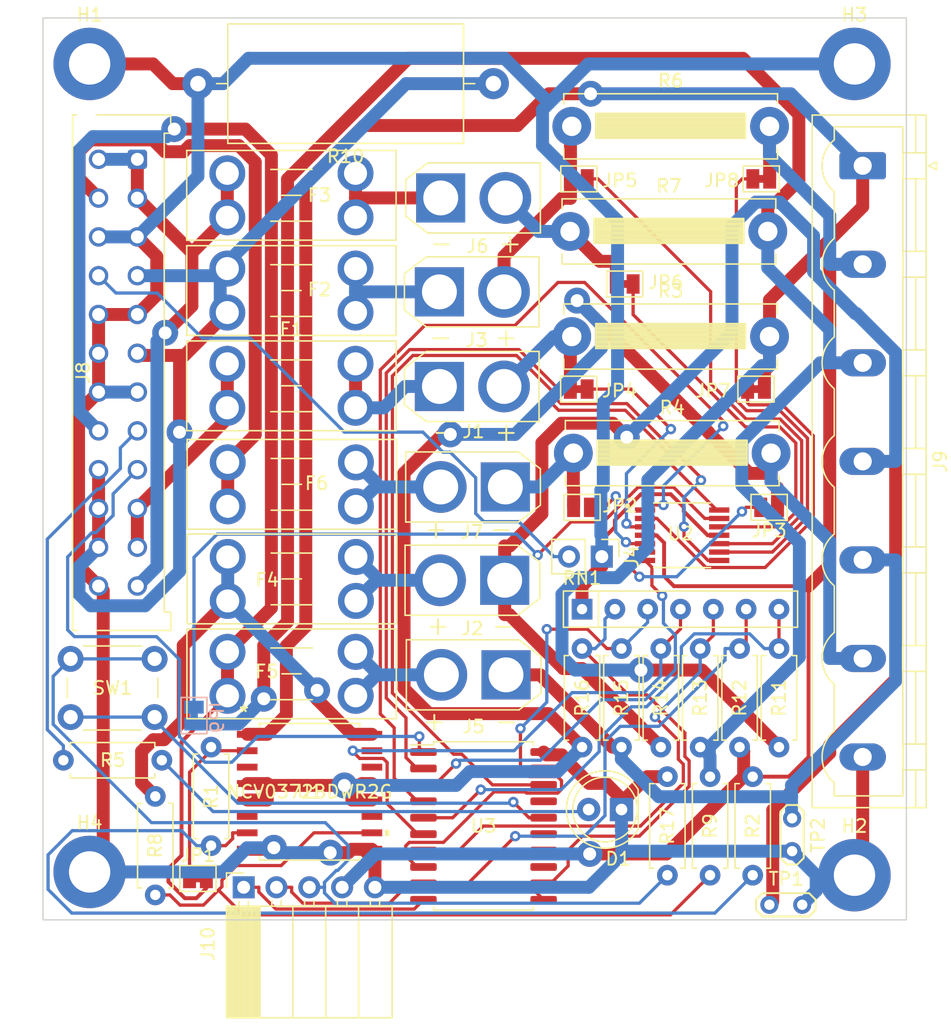
<source format=kicad_pcb>
(kicad_pcb (version 20211014) (generator pcbnew)
  (layers (0 "F.Cu" signal) (31 "B.Cu" signal) (34 "B.Paste" user) (35 "F.Paste" user) (36 "B.SilkS" user "B.Silkscreen") (37 "F.SilkS" user "F.Silkscreen") (38 "B.Mask" user) (39 "F.Mask" user) (44 "Edge.Cuts" user))
  (net 0 "")
  (net 1 "/12V+")
  (net 2 "+12V")
  (net 3 "/-12V+")
  (net 4 "-12V")
  (net 5 "/5V+")
  (net 6 "+5V")
  (net 7 "-5V")
  (net 8 "/3.3V+")
  (net 9 "+3.3V")
  (net 10 "-3V3")
  (net 11 "GND")
  (net 12 "/-12D")
  (net 13 "/-5D")
  (net 14 "/-3.3D")
  (net 15 "/+3.3D")
  (net 16 "/+5D")
  (net 17 "/+12D")
  (net 18 "/+5")
  (net 19 "/-12")
  (net 22 "/+12")
  (net 23 "/SDA")
  (net 24 "/SCL")
  (net 26 "Net-(SW1-Pad1)")
  (net 27 "/-3.3")
  (net 28 "/+3.3")
  (net 29 "/-5")
  (net 30 "/+3.3IN")
  (net 31 "/-12IN")
  (net 32 "/+5IN")
  (net 33 "Net-(D1-Pad2)")
  (net 34 "Net-(F1-Pad2)")
  (net 35 "/-5IN")
  (net 36 "Net-(F2-Pad2)")
  (net 37 "/+12IN")
  (net 38 "/-3.3IN")
  (net 39 "Net-(F3-Pad2)")
  (net 40 "Net-(F4-Pad2)")
  (net 41 "Net-(F5-Pad2)")
  (net 42 "Net-(F6-Pad2)")
  (net 43 "/PWROK")
  (net 44 "/+5USB")
  (net 45 "/PSON")
  (net 46 "Net-(JP2-Pad2)")
  (net 47 "/RESET")
  (net 48 "Net-(JP3-Pad2)")
  (net 49 "Net-(R1-Pad2)")
  (net 50 "Net-(JP1-Pad1)")
  (net 56 "Net-(JP4-Pad2)")
  (net 57 "Net-(JP5-Pad2)")
  (net 58 "Net-(JP6-Pad2)")
  (net 59 "Net-(JP7-Pad2)")
  (net 60 "Net-(JP8-Pad2)")
  (net 61 "Net-(JP9-Pad2)")
  (net 62 "Net-(R8-Pad2)")
  (footprint "Connector_AMASS:AMASS_XT30U-F_1x02_P5.0mm_Vertical" (layer "F.Cu") (at 135.596 107.95 180)
    (fp_text reference "J5")
    (fp_text value "SW-5")
  )
  (footprint "Resistor_THT:R_Axial_DIN0207_L6.3mm_D2.5mm_P7.62mm_Horizontal" (layer "F.Cu") (at 141.478 113.538 90)
    (fp_text reference "R16")
    (fp_text value "20k")
  )
  (footprint "Resistor_THT:R_Axial_DIN0207_L6.3mm_D2.5mm_P7.62mm_Horizontal" (layer "F.Cu") (at 148.082 123.444 90)
    (fp_text reference "R17")
    (fp_text value "1k")
  )
  (footprint "Connector_AMASS:AMASS_XT30U-F_1x02_P5.0mm_Vertical" (layer "F.Cu") (at 130.4436 78.3336)
    (fp_text reference "J3")
    (fp_text value "SW5")
  )
  (footprint "Resistor_THT:R_Axial_DIN0207_L6.3mm_D2.5mm_P7.62mm_Horizontal" (layer "F.Cu") (at 154.686 123.444 90)
    (fp_text reference "R2")
    (fp_text value "10k")
  )
  (footprint "Resistor_THT:R_Axial_DIN0207_L6.3mm_D2.5mm_P7.62mm_Horizontal" (layer "F.Cu") (at 150.622 113.538 90)
    (fp_text reference "R13")
    (fp_text value "1k")
  )
  (footprint "Connector_PinHeader_2.54mm:PinHeader_1x02_P2.54mm_Vertical" (layer "F.Cu") (at 143.007 98.806 -90)
    (fp_text reference "J4")
    (fp_text value "Conn_01x02")
  )
  (footprint "Connector_AMASS:AMASS_XT30U-F_1x02_P5.0mm_Vertical" (layer "F.Cu") (at 130.4436 85.6488)
    (fp_text reference "J1")
    (fp_text value "SW12")
  )
  (footprint "MountingHole:MountingHole_3.2mm_M3_DIN965_Pad" (layer "F.Cu") (at 162.56 123.444)
    (fp_text reference "H2")
    (fp_text value "MountingHole_Pad")
  )
  (footprint "Fuse:Fuseholder_Blade_Mini_Keystone_3568" (layer "F.Cu") (at 114.032 83.898)
    (fp_text reference "F1")
    (fp_text value "+12V")
  )
  (footprint "Jumper:SolderJumper-2_P1.3mm_Open_Pad1.0x1.5mm" (layer "F.Cu") (at 141.478 94.996)
    (fp_text reference "JP2")
    (fp_text value "-12V Enable")
  )
  (footprint "Connector_AMASS:AMASS_XT30U-F_1x02_P5.0mm_Vertical" (layer "F.Cu") (at 135.4944 100.6348 180)
    (fp_text reference "J2")
    (fp_text value "SW-3.3")
  )
  (footprint "Resistor_THT:R_Axial_DIN0207_L6.3mm_D2.5mm_P7.62mm_Horizontal" (layer "F.Cu") (at 108.966 114.554 180)
    (fp_text reference "R5")
    (fp_text value "470")
  )
  (footprint "Fuse:Fuseholder_Blade_Mini_Keystone_3568" (layer "F.Cu") (at 114.0644 91.518)
    (fp_text reference "F6")
    (fp_text value "-12V")
  )
  (footprint "MountingHole:MountingHole_3.2mm_M3_DIN965_Pad" (layer "F.Cu") (at 103.378 60.706)
    (fp_text reference "H1")
    (fp_text value "MountingHole_Pad")
  )
  (footprint "Button_Switch_THT:SW_PUSH_6mm" (layer "F.Cu") (at 108.406 111.216 180)
    (fp_text reference "SW1")
    (fp_text value "SW_Push")
  )
  (footprint "TestPoint:TestPoint_2Pads_Pitch2.54mm_Drill0.8mm" (layer "F.Cu") (at 155.976 125.73)
    (fp_text reference "TP1")
    (fp_text value "-3.3V TEST")
  )
  (footprint "Fuse:Fuseholder_Blade_Mini_Keystone_3568" (layer "F.Cu") (at 114.032 76.532)
    (fp_text reference "F2")
    (fp_text value "+5V")
  )
  (footprint "Connector_Phoenix_GMSTB:PhoenixContact_GMSTBVA_2,5_7-G-7,62_1x07_P7.62mm_Vertical" (layer "F.Cu") (at 163.195 68.58 -90)
    (fp_text reference "J9")
    (fp_text value "YK3210703000G")
  )
  (footprint "Resistor_THT:R_Axial_DIN0207_L6.3mm_D2.5mm_P7.62mm_Horizontal" (layer "F.Cu") (at 147.574 113.538 90)
    (fp_text reference "R14")
    (fp_text value "1k")
  )
  (footprint "Fuse:Fuseholder_Blade_Mini_Keystone_3568" (layer "F.Cu") (at 114.046 106.172)
    (fp_text reference "F5")
    (fp_text value "-5V")
  )
  (footprint "Connector_PinSocket_2.54mm:PinSocket_1x05_P2.54mm_Horizontal" (layer "F.Cu") (at 115.296 124.378 90)
    (fp_text reference "J10")
    (fp_text value "Conn_01x05")
  )
  (footprint "Resistor_THT:R_Axial_DIN0207_L6.3mm_D2.5mm_P7.62mm_Horizontal" (layer "F.Cu") (at 156.718 113.538 90)
    (fp_text reference "R11")
    (fp_text value "20k")
  )
  (footprint "MountingHole:MountingHole_3.2mm_M3_DIN965_Pad" (layer "F.Cu") (at 103.378 123.19)
    (fp_text reference "H4")
    (fp_text value "MountingHole_Pad")
  )
  (footprint "Connector_AMASS:AMASS_XT30U-F_1x02_P5.0mm_Vertical" (layer "F.Cu") (at 130.5452 71.0692)
    (fp_text reference "J6")
    (fp_text value "SW3.3")
  )
  (footprint "footprints:NCV0372BDWR2G" (layer "F.Cu") (at 120.396 116.9924)
    (fp_text reference "U1")
    (fp_text value "NCV0372BDWR2G")
  )
  (footprint "Resistor_THT:R_Axial_DIN0207_L6.3mm_D2.5mm_P7.62mm_Horizontal" (layer "F.Cu") (at 108.458 117.348 -90)
    (fp_text reference "R8")
    (fp_text value "10k")
  )
  (footprint "Resistor_THT:R_Axial_DIN0918_L18.0mm_D9.0mm_P22.86mm_Horizontal" (layer "F.Cu") (at 134.62 62.23 180)
    (fp_text reference "R10")
    (fp_text value "5R 5W")
  )
  (footprint "Resistor_THT:R_Bare_Metal_Element_L16.3mm_W4.8mm_P15.30mm" (layer "F.Cu") (at 140.686 65.532)
    (fp_text reference "R6")
    (fp_text value "0.1")
  )
  (footprint "footprints:SOP65P640X120-14N" (layer "F.Cu") (at 149.225 97.155)
    (fp_text reference "U2")
    (fp_text value "INA4180A2IPWR")
  )
  (footprint "LED_THT:LED_D5.0mm" (layer "F.Cu") (at 144.531 118.364 180)
    (fp_text reference "D1")
    (fp_text value "LED")
  )
  (footprint "Connector_Molex:Molex_Micro-Fit_3.0_43045-2412_2x12_P3.00mm_Vertical" (layer "F.Cu") (at 107.071 68.082 -90)
    (fp_text reference "J8")
    (fp_text value "Conn_02x12_Top_Bottom")
  )
  (footprint "Jumper:SolderJumper-2_P1.3mm_Bridged_Pad1.0x1.5mm" (layer "F.Cu") (at 144.78 77.724)
    (fp_text reference "JP6")
    (fp_text value "+3.3V ENABLE")
  )
  (footprint "Package_SO:SOIC-20W_7.5x12.8mm_P1.27mm" (layer "F.Cu") (at 133.858 119.634)
    (fp_text reference "U3")
    (fp_text value "ATtiny1626-S")
  )
  (footprint "Resistor_THT:R_Array_SIP7" (layer "F.Cu") (at 141.478 102.87)
    (fp_text reference "RN1")
    (fp_text value "10k")
  )
  (footprint "Resistor_THT:R_Axial_DIN0207_L6.3mm_D2.5mm_P7.62mm_Horizontal" (layer "F.Cu") (at 151.384 123.444 90)
    (fp_text reference "R9")
    (fp_text value "10k")
  )
  (footprint "Jumper:SolderJumper-2_P1.3mm_Bridged_Pad1.0x1.5mm" (layer "F.Cu") (at 141.224 85.852)
    (fp_text reference "JP4")
    (fp_text value "+12V ENABLE")
  )
  (footprint "Resistor_THT:R_Axial_DIN0207_L6.3mm_D2.5mm_P7.62mm_Horizontal" (layer "F.Cu") (at 112.776 113.538 -90)
    (fp_text reference "R1")
    (fp_text value "10k")
  )
  (footprint "Connector_AMASS:AMASS_XT30U-F_1x02_P5.0mm_Vertical" (layer "F.Cu") (at 135.5452 93.4212 180)
    (fp_text reference "J7")
    (fp_text value "SW-12")
  )
  (footprint "Jumper:SolderJumper-2_P1.3mm_Open_Pad1.0x1.5mm" (layer "F.Cu") (at 155.956 94.996 180)
    (fp_text reference "JP3")
    (fp_text value "-12V Enable")
  )
  (footprint "Fuse:Fuseholder_Blade_Mini_Keystone_3568" (layer "F.Cu") (at 114.032 69.166)
    (fp_text reference "F3")
    (fp_text value "+3.3V")
  )
  (footprint "Jumper:SolderJumper-2_P1.3mm_Bridged_Pad1.0x1.5mm" (layer "F.Cu") (at 141.2344 69.596)
    (fp_text reference "JP5")
    (fp_text value "+5V ENABLE")
  )
  (footprint "Resistor_THT:R_Bare_Metal_Element_L16.3mm_W4.8mm_P15.30mm" (layer "F.Cu") (at 140.552 73.66)
    (fp_text reference "R7")
    (fp_text value "0.1")
  )
  (footprint "Resistor_THT:R_Bare_Metal_Element_L16.3mm_W4.8mm_P15.30mm" (layer "F.Cu") (at 140.806 90.805)
    (fp_text reference "R4")
    (fp_text value "0.1")
  )
  (footprint "TestPoint:TestPoint_2Pads_Pitch2.54mm_Drill0.8mm" (layer "F.Cu") (at 157.734 119.0444 -90)
    (fp_text reference "TP2")
    (fp_text value "-5V TEST")
  )
  (footprint "Jumper:SolderJumper-2_P1.3mm_Bridged_Pad1.0x1.5mm" (layer "F.Cu") (at 154.94 85.852 180)
    (fp_text reference "JP7")
    (fp_text value "+12V ENABLe")
  )
  (footprint "Resistor_THT:R_Bare_Metal_Element_L16.3mm_W4.8mm_P15.30mm" (layer "F.Cu") (at 140.686 81.788)
    (fp_text reference "R3")
    (fp_text value "0.1")
  )
  (footprint "Resistor_THT:R_Axial_DIN0207_L6.3mm_D2.5mm_P7.62mm_Horizontal" (layer "F.Cu") (at 153.67 113.538 90)
    (fp_text reference "R12")
    (fp_text value "10k")
  )
  (footprint "Fuse:Fuseholder_Blade_Mini_Keystone_3568" (layer "F.Cu") (at 114.0644 98.8332)
    (fp_text reference "F4")
    (fp_text value "-3.3V")
  )
  (footprint "MountingHole:MountingHole_3.2mm_M3_DIN965_Pad" (layer "F.Cu") (at 162.56 60.706)
    (fp_text reference "H3")
    (fp_text value "MountingHole_Pad")
  )
  (footprint "Jumper:SolderJumper-2_P1.3mm_Bridged_Pad1.0x1.5mm" (layer "F.Cu") (at 111.76 123.698)
    (fp_text reference "JP1")
    (fp_text value "-5 ENABLE")
  )
  (footprint "Resistor_THT:R_Axial_DIN0207_L6.3mm_D2.5mm_P7.62mm_Horizontal" (layer "F.Cu") (at 144.526 113.538 90)
    (fp_text reference "R15")
    (fp_text value "10k")
  )
  (footprint "Jumper:SolderJumper-2_P1.3mm_Bridged_Pad1.0x1.5mm" (layer "F.Cu") (at 155.3464 69.596 180)
    (fp_text reference "JP8")
    (fp_text value "+5V ENABLE")
  )
  (footprint "Jumper:SolderJumper-2_P1.3mm_Bridged_Pad1.0x1.5mm" (layer "B.Cu") (at 111.4552 111.0996 90)
    (fp_text reference "JP9")
    (fp_text value "+3.3 ENABLE")
  )
  (gr_rect (start 99.771 57.15) (end 166.5732 126.8985) (layer "Edge.Cuts") (width 0.1) (fill none))
  (segment (start 140.574 81.9) (end 140.574 85.852) (width 1) (layer "F.Cu") (net 1))
  (segment (start 140.686 81.788) (end 139.3044 81.788) (width 1) (layer "B.Cu") (net 1))
  (segment (start 139.3044 81.788) (end 135.4436 85.6488) (width 1) (layer "B.Cu") (net 1))
  (segment (start 155.59 85.4145) (end 155.59 84.3519) (width 1) (layer "F.Cu") (net 2))
  (segment (start 124.6034 65.4692) (end 136.4631 65.4692) (width 1) (layer "F.Cu") (net 2))
  (segment (start 156.718 113.538) (end 150.7622 107.5822) (width 1) (layer "F.Cu") (net 2))
  (segment (start 155.986 84.0381) (end 155.6722 84.3519) (width 1) (layer "F.Cu") (net 2))
  (segment (start 155.59 85.4145) (end 155.59 85.6022) (width 1) (layer "F.Cu") (net 2))
  (segment (start 120.105 69.9676) (end 124.6034 65.4692) (width 1) (layer "F.Cu") (net 2))
  (segment (start 155.986 81.788) (end 155.986 78.9579) (width 1) (layer "F.Cu") (net 2))
  (segment (start 163.195 71.7489) (end 163.195 68.58) (width 1) (layer "F.Cu") (net 2))
  (segment (start 155.986 78.9579) (end 163.195 71.7489) (width 1) (layer "F.Cu") (net 2))
  (segment (start 115.57 112.5474) (end 117.1202 112.5474) (width 1) (layer "F.Cu") (net 2))
  (segment (start 155.6722 84.3519) (end 155.59 84.3519) (width 1) (layer "F.Cu") (net 2))
  (segment (start 118.603 111.0646) (end 118.603 105.6998) (width 1) (layer "F.Cu") (net 2))
  (segment (start 118.603 105.6998) (end 120.105 104.1978) (width 1) (layer "F.Cu") (net 2))
  (segment (start 117.1202 112.5474) (end 118.603 111.0646) (width 1) (layer "F.Cu") (net 2))
  (segment (start 155.986 82.222) (end 155.986 84.0381) (width 1) (layer "F.Cu") (net 2))
  (segment (start 120.105 104.1978) (end 120.105 69.9676) (width 1) (layer "F.Cu") (net 2))
  (segment (start 150.7622 107.5822) (end 146.0373 107.5822) (width 1) (layer "F.Cu") (net 2))
  (segment (start 138.9183 63.014) (end 142.1432 63.014) (width 1) (layer "F.Cu") (net 2))
  (segment (start 136.4631 65.4692) (end 138.9183 63.014) (width 1) (layer "F.Cu") (net 2))
  (via (at 142.1432 63.014) (size 2) (drill 1) (layers "F.Cu" "B.Cu") (net 2))
  (via (at 146.0373 107.5822) (size 2) (drill 1) (layers "F.Cu" "B.Cu") (net 2))
  (segment (start 146.5754 92.869) (end 146.5754 98.0739) (width 1) (layer "B.Cu") (net 2))
  (segment (start 157.629 63.014) (end 142.1432 63.014) (width 1) (layer "B.Cu") (net 2))
  (segment (start 140.9445 107.5822) (end 146.0373 107.5822) (width 1) (layer "B.Cu") (net 2))
  (segment (start 144.215 100.4343) (end 141.2012 100.4343) (width 1) (layer "B.Cu") (net 2))
  (segment (start 139.9278 106.5655) (end 140.9445 107.5822) (width 1) (layer "B.Cu") (net 2))
  (segment (start 155.4063 84.0381) (end 146.5754 92.869) (width 1) (layer "B.Cu") (net 2))
  (segment (start 141.2012 100.4343) (end 139.9278 101.7077) (width 1) (layer "B.Cu") (net 2))
  (segment (start 155.986 84.0381) (end 155.4063 84.0381) (width 1) (layer "B.Cu") (net 2))
  (segment (start 155.986 81.788) (end 155.986 84.0381) (width 1) (layer "B.Cu") (net 2))
  (segment (start 163.195 68.58) (end 157.629 63.014) (width 1) (layer "B.Cu") (net 2))
  (segment (start 146.5754 98.0739) (end 144.215 100.4343) (width 1) (layer "B.Cu") (net 2))
  (segment (start 139.9278 101.7077) (end 139.9278 106.5655) (width 1) (layer "B.Cu") (net 2))
  (segment (start 140.806 90.805) (end 140.806 93.4739) (width 1) (layer "F.Cu") (net 3))
  (segment (start 140.828 94.996) (end 140.828 93.4959) (width 1) (layer "F.Cu") (net 3))
  (segment (start 140.806 93.4739) (end 140.828 93.4959) (width 1) (layer "F.Cu") (net 3))
  (segment (start 140.806 90.805) (end 138.1953 93.4157) (width 1) (layer "B.Cu") (net 3))
  (segment (start 135.5452 93.4212) (end 138.1953 93.4212) (width 1) (layer "B.Cu") (net 3))
  (segment (start 138.1953 93.4157) (end 138.1953 93.4212) (width 1) (layer "B.Cu") (net 3))
  (segment (start 129.6368 110.9491) (end 127.7091 109.0214) (width 1) (layer "F.Cu") (net 4))
  (segment (start 138.8891 110.9491) (end 129.6368 110.9491) (width 1) (layer "F.Cu") (net 4))
  (segment (start 151.2506 89.193) (end 154.4265 92.3689) (width 1) (layer "F.Cu") (net 4))
  (segment (start 141.478 113.538) (end 138.8891 110.9491) (width 1) (layer "F.Cu") (net 4))
  (segment (start 130.6921 89.3552) (end 131.287 89.3552) (width 1) (layer "F.Cu") (net 4))
  (segment (start 124.3037 116.5006) (end 124.4469 116.3574) (width 1) (layer "F.Cu") (net 4))
  (segment (start 125.222 116.3574) (end 124.4469 116.3574) (width 1) (layer "F.Cu") (net 4))
  (segment (start 115.57 116.3574) (end 117.1202 116.3574) (width 1) (layer "F.Cu") (net 4))
  (segment (start 156.106 93.0551) (end 156.5468 93.4959) (width 1) (layer "F.Cu") (net 4))
  (segment (start 141.0961 79.0113) (end 151.2506 89.1658) (width 1) (layer "F.Cu") (net 4))
  (segment (start 123.6718 116.5006) (end 123.6718 117.6274) (width 1) (layer "F.Cu") (net 4))
  (segment (start 123.0909 116.5006) (end 117.1202 116.5006) (width 1) (layer "F.Cu") (net 4))
  (segment (start 156.106 92.3689) (end 156.106 93.0551) (width 1) (layer "F.Cu") (net 4))
  (segment (start 125.222 117.6274) (end 123.6718 117.6274) (width 1) (layer "F.Cu") (net 4))
  (segment (start 117.1202 117.6274) (end 117.1202 116.5006) (width 1) (layer "F.Cu") (net 4))
  (segment (start 156.5468 93.4959) (end 156.606 93.4959) (width 1) (layer "F.Cu") (net 4))
  (segment (start 123.6718 116.5006) (end 124.3037 116.5006) (width 1) (layer "F.Cu") (net 4))
  (segment (start 156.106 90.805) (end 156.106 92.3689) (width 1) (layer "F.Cu") (net 4))
  (segment (start 123.6718 116.5006) (end 123.0909 116.5006) (width 1) (layer "F.Cu") (net 4))
  (segment (start 151.2506 89.1658) (end 151.2506 89.193) (width 1) (layer "F.Cu") (net 4))
  (segment (start 127.7091 92.3382) (end 130.6921 89.3552) (width 1) (layer "F.Cu") (net 4))
  (segment (start 154.4265 92.3689) (end 156.106 92.3689) (width 1) (layer "F.Cu") (net 4))
  (segment (start 127.7091 109.0214) (end 127.7091 92.3382) (width 1) (layer "F.Cu") (net 4))
  (segment (start 117.1202 116.5006) (end 117.1202 116.3574) (width 1) (layer "F.Cu") (net 4))
  (segment (start 115.57 117.6274) (end 117.1202 117.6274) (width 1) (layer "F.Cu") (net 4))
  (segment (start 156.606 94.996) (end 156.606 93.4959) (width 1) (layer "F.Cu") (net 4))
  (via (at 123.0909 116.5006) (size 2) (drill 1) (layers "F.Cu" "B.Cu") (net 4))
  (via (at 131.287 89.3552) (size 2) (drill 1) (layers "F.Cu" "B.Cu") (net 4))
  (via (at 141.0961 79.0113) (size 2) (drill 1) (layers "F.Cu" "B.Cu") (net 4))
  (segment (start 131.287 89.3552) (end 136.3014 89.3552) (width 1) (layer "B.Cu") (net 4))
  (segment (start 142.9739 82.6827) (end 142.9739 80.8891) (width 1) (layer "B.Cu") (net 4))
  (segment (start 139.5887 115.4273) (end 132.8027 115.4273) (width 1) (layer "B.Cu") (net 4))
  (segment (start 163.195 106.68) (end 160.6449 106.68) (width 1) (layer "B.Cu") (net 4))
  (segment (start 160.6449 97.594) (end 160.6449 106.68) (width 1) (layer "B.Cu") (net 4))
  (segment (start 141.478 113.538) (end 139.5887 115.4273) (width 1) (layer "B.Cu") (net 4))
  (segment (start 156.106 93.0551) (end 160.6449 97.594) (width 1) (layer "B.Cu") (net 4))
  (segment (start 156.106 90.805) (end 156.106 93.0551) (width 1) (layer "B.Cu") (net 4))
  (segment (start 142.9739 80.8891) (end 141.0961 79.0113) (width 1) (layer "B.Cu") (net 4))
  (segment (start 131.7294 116.5006) (end 123.0909 116.5006) (width 1) (layer "B.Cu") (net 4))
  (segment (start 136.3014 89.3552) (end 142.9739 82.6827) (width 1) (layer "B.Cu") (net 4))
  (segment (start 132.8027 115.4273) (end 131.7294 116.5006) (width 1) (layer "B.Cu") (net 4))
  (segment (start 140.5844 69.596) (end 140.5844 65.6336) (width 1) (layer "F.Cu") (net 5))
  (segment (start 135.4436 78.3336) (end 135.4436 75.5752) (width 1) (layer "F.Cu") (net 5))
  (segment (start 135.4436 75.5752) (end 139.9227 71.0961) (width 1) (layer "F.Cu") (net 5))
  (segment (start 139.9227 71.0961) (end 140.5844 71.0961) (width 1) (layer "F.Cu") (net 5))
  (segment (start 140.5844 69.596) (end 140.5844 71.0961) (width 1) (layer "F.Cu") (net 5))
  (segment (start 154.686 115.824) (end 153.9822 115.824) (width 1) (layer "F.Cu") (net 6))
  (segment (start 163.195 76.2) (end 160.6449 76.2) (width 1) (layer "F.Cu") (net 6))
  (segment (start 159.004 101.092) (end 160.6449 99.4511) (width 1) (layer "F.Cu") (net 6))
  (segment (start 157.48 115.824) (end 154.686 115.824) (width 0.3) (layer "F.Cu") (net 6))
  (segment (start 148.59 101.092) (end 159.004 101.092) (width 0.3) (layer "F.Cu") (net 6))
  (segment (start 153.9822 113.8502) (end 153.67 113.538) (width 1) (layer "F.Cu") (net 6))
  (segment (start 147.248 97.155) (end 147.828 97.735) (width 0.3) (layer "F.Cu") (net 6))
  (segment (start 155.986 67.7821) (end 155.9964 67.7925) (width 1) (layer "F.Cu") (net 6))
  (segment (start 159.004 114.3) (end 157.48 115.824) (width 0.3) (layer "F.Cu") (net 6))
  (segment (start 159.004 101.092) (end 159.004 114.3) (width 0.3) (layer "F.Cu") (net 6))
  (segment (start 155.9964 67.7925) (end 155.9964 69.596) (width 1) (layer "F.Cu") (net 6))
  (segment (start 148.006 121.8002) (end 142.0692 121.8002) (width 1) (layer "F.Cu") (net 6))
  (segment (start 153.9822 115.824) (end 153.9822 113.8502) (width 1) (layer "F.Cu") (net 6))
  (segment (start 153.9822 115.824) (end 148.006 121.8002) (width 1) (layer "F.Cu") (net 6))
  (segment (start 147.828 97.735) (end 147.828 100.33) (width 0.3) (layer "F.Cu") (net 6))
  (segment (start 160.6449 99.4511) (end 160.6449 76.2) (width 1) (layer "F.Cu") (net 6))
  (segment (start 147.828 100.33) (end 148.59 101.092) (width 0.3) (layer "F.Cu") (net 6))
  (segment (start 155.986 65.532) (end 155.986 67.7821) (width 1) (layer "F.Cu") (net 6))
  (segment (start 146.355 97.155) (end 147.248 97.155) (width 0.3) (layer "F.Cu") (net 6))
  (via (at 142.0692 121.8002) (size 2) (drill 1) (layers "F.Cu" "B.Cu") (net 6))
  (segment (start 125.4938 121.8002) (end 122.916 124.378) (width 1) (layer "B.Cu") (net 6))
  (segment (start 142.0692 121.8002) (end 125.4938 121.8002) (width 1) (layer "B.Cu") (net 6))
  (segment (start 155.986 65.532) (end 155.986 67.7821) (width 1) (layer "B.Cu") (net 6))
  (segment (start 160.6449 76.2) (end 160.6449 72.441) (width 1) (layer "B.Cu") (net 6))
  (segment (start 163.195 76.2) (end 160.6449 76.2) (width 1) (layer "B.Cu") (net 6))
  (segment (start 160.6449 72.441) (end 155.986 67.7821) (width 1) (layer "B.Cu") (net 6))
  (segment (start 144.526 113.538) (end 143.8341 113.538) (width 1) (layer "F.Cu") (net 7))
  (segment (start 135.596 107.95) (end 138.2461 107.95) (width 1) (layer "F.Cu") (net 7))
  (segment (start 143.8341 113.538) (end 138.2461 107.95) (width 1) (layer "F.Cu") (net 7))
  (segment (start 165.7451 108.4134) (end 165.7451 99.06) (width 1) (layer "B.Cu") (net 7))
  (segment (start 147.4245 117.3751) (end 144.526 114.4766) (width 1) (layer "B.Cu") (net 7))
  (segment (start 157.6885 116.47) (end 165.7451 108.4134) (width 1) (layer "B.Cu") (net 7))
  (segment (start 157.6885 117.3751) (end 147.4245 117.3751) (width 1) (layer "B.Cu") (net 7))
  (segment (start 157.6885 117.3751) (end 157.6885 116.47) (width 1) (layer "B.Cu") (net 7))
  (segment (start 157.6885 118.9989) (end 157.6885 117.3751) (width 1) (layer "B.Cu") (net 7))
  (segment (start 144.526 114.4766) (end 144.526 113.538) (width 1) (layer "B.Cu") (net 7))
  (segment (start 163.195 99.06) (end 165.7451 99.06) (width 1) (layer "B.Cu") (net 7))
  (segment (start 144.13 77.47) (end 144.13 75.9699) (width 1) (layer "F.Cu") (net 8))
  (segment (start 142.8619 75.9699) (end 144.13 75.9699) (width 1) (layer "F.Cu") (net 8))
  (segment (start 140.552 73.66) (end 142.8619 75.9699) (width 1) (layer "F.Cu") (net 8))
  (segment (start 140.552 73.66) (end 138.136 73.66) (width 1) (layer "B.Cu") (net 8))
  (segment (start 138.136 73.66) (end 135.5452 71.0692) (width 1) (layer "B.Cu") (net 8))
  (segment (start 118.6916 103.8431) (end 118.6916 69.6129) (width 1) (layer "F.Cu") (net 9))
  (segment (start 116.8529 109.7975) (end 116.8529 105.6818) (width 1) (layer "F.Cu") (net 9))
  (segment (start 118.6916 69.6129) (end 128.0284 60.2761) (width 1) (layer "F.Cu") (net 9))
  (segment (start 153.9253 60.2761) (end 158.2556 64.6064) (width 1) (layer "F.Cu") (net 9))
  (segment (start 128.0284 60.2761) (end 153.9253 60.2761) (width 1) (layer "F.Cu") (net 9))
  (segment (start 156.5511 71.4099) (end 155.852 71.4099) (width 1) (layer "F.Cu") (net 9))
  (segment (start 158.2556 69.7054) (end 156.5511 71.4099) (width 1) (layer "F.Cu") (net 9))
  (segment (start 116.8529 105.6818) (end 118.6916 103.8431) (width 1) (layer "F.Cu") (net 9))
  (segment (start 155.852 73.66) (end 155.852 71.4099) (width 1) (layer "F.Cu") (net 9))
  (segment (start 158.2556 64.6064) (end 158.2556 69.7054) (width 1) (layer "F.Cu") (net 9))
  (via (at 116.8529 109.7975) (size 2) (drill 1) (layers "F.Cu" "B.Cu") (net 9))
  (segment (start 150.622 113.538) (end 151.3301 113.538) (width 1) (layer "B.Cu") (net 9))
  (segment (start 158.296 97.7454) (end 158.296 106.5721) (width 1) (layer "B.Cu") (net 9))
  (segment (start 151.3301 114.22) (end 151.384 114.2739) (width 1) (layer "B.Cu") (net 9))
  (segment (start 153.8426 93.292) (end 158.296 97.7454) (width 1) (layer "B.Cu") (net 9))
  (segment (start 155.852 73.66) (end 155.852 76.477) (width 1) (layer "B.Cu") (net 9))
  (segment (start 159.9076 83.82) (end 153.8426 89.885) (width 1) (layer "B.Cu") (net 9))
  (segment (start 153.8426 89.885) (end 153.8426 93.292) (width 1) (layer "B.Cu") (net 9))
  (segment (start 158.296 106.5721) (end 151.3301 113.538) (width 1) (layer "B.Cu") (net 9))
  (segment (start 160.6449 83.82) (end 159.9076 83.82) (width 1) (layer "B.Cu") (net 9))
  (segment (start 111.4552 111.7496) (end 114.9008 111.7496) (width 1) (layer "B.Cu") (net 9))
  (segment (start 151.3301 113.538) (end 151.3301 114.22) (width 1) (layer "B.Cu") (net 9))
  (segment (start 160.6449 81.2699) (end 160.6449 83.82) (width 1) (layer "B.Cu") (net 9))
  (segment (start 163.195 83.82) (end 160.6449 83.82) (width 1) (layer "B.Cu") (net 9))
  (segment (start 155.852 76.477) (end 160.6449 81.2699) (width 1) (layer "B.Cu") (net 9))
  (segment (start 114.9008 111.7496) (end 116.8529 109.7975) (width 1) (layer "B.Cu") (net 9))
  (segment (start 151.384 115.824) (end 151.384 114.2739) (width 1) (layer "B.Cu") (net 9))
  (segment (start 135.4944 97.9847) (end 135.8832 97.9847) (width 1) (layer "F.Cu") (net 10))
  (segment (start 156.2363 118.4052) (end 156.2363 125.4697) (width 1) (layer "F.Cu") (net 10))
  (segment (start 165.7451 108.2954) (end 160.6448 113.3957) (width 1) (layer "F.Cu") (net 10))
  (segment (start 135.4944 103.2849) (end 135.8456 103.2849) (width 1) (layer "F.Cu") (net 10))
  (segment (start 135.8832 97.9847) (end 138.3752 95.4927) (width 1) (layer "F.Cu") (net 10))
  (segment (start 140.0288 107.4681) (end 141.5041 107.4681) (width 1) (layer "F.Cu") (net 10))
  (segment (start 160.6448 113.3957) (end 160.6448 113.9967) (width 1) (layer "F.Cu") (net 10))
  (segment (start 135.4944 100.6348) (end 135.4944 103.2849) (width 1) (layer "F.Cu") (net 10))
  (segment (start 165.7451 91.44) (end 165.7451 108.2954) (width 1) (layer "F.Cu") (net 10))
  (segment (start 135.8456 103.2849) (end 140.0288 107.4681) (width 1) (layer "F.Cu") (net 10))
  (segment (start 138.3752 95.4927) (end 138.3752 90.0043) (width 1) (layer "F.Cu") (net 10))
  (segment (start 135.4944 100.6348) (end 135.4944 97.9847) (width 1) (layer "F.Cu") (net 10))
  (segment (start 163.195 91.44) (end 165.7451 91.44) (width 1) (layer "F.Cu") (net 10))
  (segment (start 141.5041 107.4681) (end 147.574 113.538) (width 1) (layer "F.Cu") (net 10))
  (segment (start 139.8904 88.4891) (end 143.8559 88.4891) (width 1) (layer "F.Cu") (net 10))
  (segment (start 143.8559 88.4891) (end 144.9396 89.5728) (width 1) (layer "F.Cu") (net 10))
  (segment (start 156.2363 125.4697) (end 155.976 125.73) (width 1) (layer "F.Cu") (net 10))
  (segment (start 138.3752 90.0043) (end 139.8904 88.4891) (width 1) (layer "F.Cu") (net 10))
  (segment (start 160.6448 113.9967) (end 156.2363 118.4052) (width 1) (layer "F.Cu") (net 10))
  (via (at 144.9396 89.5728) (size 2) (drill 1) (layers "F.Cu" "B.Cu") (net 10))
  (segment (start 159.3947 74.0053) (end 156.78 71.3906) (width 1) (layer "B.Cu") (net 10))
  (segment (start 153.0806 81.4318) (end 144.9396 89.5728) (width 1) (layer "B.Cu") (net 10))
  (segment (start 156.78 71.3906) (end 154.9227 71.3906) (width 1) (layer "B.Cu") (net 10))
  (segment (start 162.7173 80.01) (end 162.6195 80.01) (width 1) (layer "B.Cu") (net 10))
  (segment (start 159.3947 76.7852) (end 159.3947 74.0053) (width 1) (layer "B.Cu") (net 10))
  (segment (start 163.195 91.44) (end 165.7451 91.44) (width 1) (layer "B.Cu") (net 10))
  (segment (start 153.0806 73.2327) (end 153.0806 81.4318) (width 1) (layer "B.Cu") (net 10))
  (segment (start 165.7451 91.44) (end 165.7451 83.0378) (width 1) (layer "B.Cu") (net 10))
  (segment (start 165.7451 83.0378) (end 162.7173 80.01) (width 1) (layer "B.Cu") (net 10))
  (segment (start 162.6195 80.01) (end 159.3947 76.7852) (width 1) (layer "B.Cu") (net 10))
  (segment (start 154.9227 71.3906) (end 153.0806 73.2327) (width 1) (layer "B.Cu") (net 10))
  (segment (start 143.3352 116.3431) (end 142.0259 116.3431) (width 1) (layer "F.Cu") (net 11))
  (segment (start 104.071 86.082) (end 102.524 87.629) (width 1) (layer "F.Cu") (net 11))
  (segment (start 149.352 94.996) (end 148.336 93.98) (width 0.3) (layer "F.Cu") (net 11))
  (segment (start 125.222 121.4374) (end 124.5565 121.4374) (width 1) (layer "F.Cu") (net 11))
  (segment (start 152.095 97.155) (end 151.202 97.155) (width 0.3) (layer "F.Cu") (net 11))
  (segment (start 144.531 118.364) (end 144.531 117.5389) (width 1) (layer "F.Cu") (net 11))
  (segment (start 124.5565 121.4374) (end 123.6718 121.4374) (width 1) (layer "F.Cu") (net 11))
  (segment (start 163.195 122.809) (end 163.195 114.3) (width 1) (layer "F.Cu") (net 11))
  (segment (start 104.071 86.082) (end 104.071 83.082) (width 1) (layer "F.Cu") (net 11))
  (segment (start 138.7272 114.1382) (end 138.508 113.919) (width 1) (layer "F.Cu") (net 11))
  (segment (start 140.1304 114.4476) (end 140.1304 114.3408) (width 0.601) (layer "F.Cu") (net 11))
  (segment (start 149.352 95.305) (end 149.352 94.996) (width 0.3) (layer "F.Cu") (net 11))
  (segment (start 140.1304 114.3408) (end 139.9278 114.1382) (width 0.601) (layer "F.Cu") (net 11))
  (segment (start 108.5711 78.5819) (end 107.071 80.082) (width 1) (layer "F.Cu") (net 11))
  (segment (start 141.478 101.092) (end 143.007 99.563) (width 1) (layer "F.Cu") (net 11))
  (segment (start 146.5319 115.824) (end 144.817 117.5389) (width 1) (layer "F.Cu") (net 11))
  (segment (start 148.336 93.98) (end 146.037 93.98) (width 0.3) (layer "F.Cu") (net 11))
  (segment (start 146.037 93.98) (end 144.018 95.999) (width 0.3) (layer "F.Cu") (net 11))
  (segment (start 104.071 101.082) (end 104.43 101.441) (width 1) (layer "F.Cu") (net 11))
  (segment (start 141.478 102.87) (end 141.478 101.092) (width 1) (layer "F.Cu") (net 11))
  (segment (start 139.9278 114.1382) (end 138.7272 114.1382) (width 1) (layer "F.Cu") (net 11))
  (segment (start 104.43 101.441) (end 104.43 122.138) (width 1) (layer "F.Cu") (net 11))
  (segment (start 124.5565 121.4374) (end 125.456 122.3369) (width 1) (layer "F.Cu") (net 11))
  (segment (start 117.1202 121.4374) (end 117.5194 121.4374) (width 1) (layer "F.Cu") (net 11))
  (segment (start 108.5711 75.5821) (end 108.5711 78.5819) (width 1) (layer "F.Cu") (net 11))
  (segment (start 143.007 97.531) (end 143.007 98.806) (width 0.3) (layer "F.Cu") (net 11))
  (segment (start 144.531 117.5389) (end 143.3352 116.3431) (width 1) (layer "F.Cu") (net 11))
  (segment (start 115.57 121.4374) (end 117.1202 121.4374) (width 1) (layer "F.Cu") (net 11))
  (segment (start 144.018 96.52) (end 143.007 97.531) (width 0.3) (layer "F.Cu") (net 11))
  (segment (start 123.407 121.7022) (end 123.6718 121.4374) (width 1) (layer "F.Cu") (net 11))
  (segment (start 102.524 87.629) (end 102.524 99.535) (width 1) (layer "F.Cu") (net 11))
  (segment (start 151.202 97.155) (end 149.352 95.305) (width 0.3) (layer "F.Cu") (net 11))
  (segment (start 111.76 62.23) (end 109.8099 62.23) (width 1) (layer "F.Cu") (net 11))
  (segment (start 144.018 95.999) (end 144.018 96.52) (width 0.3) (layer "F.Cu") (net 11))
  (segment (start 148.082 115.824) (end 146.5319 115.824) (width 1) (layer "F.Cu") (net 11))
  (segment (start 109.8099 62.23) (end 108.2859 60.706) (width 1) (layer "F.Cu") (net 11))
  (segment (start 142.0259 116.3431) (end 140.1304 114.4476) (width 1) (layer "F.Cu") (net 11))
  (segment (start 117.5194 121.4374) (end 117.6331 121.3237) (width 1) (layer "F.Cu") (net 11))
  (segment (start 108.2859 60.706) (end 103.378 60.706) (width 1) (layer "F.Cu") (net 11))
  (segment (start 104.071 80.082) (end 104.071 83.082) (width 1) (layer "F.Cu") (net 11))
  (segment (start 143.007 99.563) (end 143.007 98.806) (width 1) (layer "F.Cu") (net 11))
  (segment (start 104.071 80.082) (end 107.071 80.082) (width 1) (layer "F.Cu") (net 11))
  (segment (start 107.071 74.082) (end 108.5711 75.5821) (width 1) (layer "F.Cu") (net 11))
  (segment (start 121.9923 121.7022) (end 123.407 121.7022) (width 1) (layer "F.Cu") (net 11))
  (segment (start 102.524 99.535) (end 104.071 101.082) (width 1) (layer "F.Cu") (net 11))
  (segment (start 125.456 122.3369) (end 125.456 124.378) (width 1) (layer "F.Cu") (net 11))
  (segment (start 144.817 117.5389) (end 144.531 117.5389) (width 1) (layer "F.Cu") (net 11))
  (via (at 121.9923 121.7022) (size 2) (drill 1) (layers "F.Cu" "B.Cu") (net 11))
  (via (at 117.6331 121.3237) (size 2) (drill 1) (layers "F.Cu" "B.Cu") (net 11))
  (segment (start 104.071 74.082) (end 107.071 74.082) (width 1) (layer "B.Cu") (net 11))
  (segment (start 144.5478 121.5844) (end 157.734 121.5844) (width 1) (layer "B.Cu") (net 11))
  (segment (start 104.071 86.082) (end 107.071 86.082) (width 1) (layer "B.Cu") (net 11))
  (segment (start 142.936 93.6605) (end 143.1227 93.4738) (width 1) (layer "B.Cu") (net 11))
  (segment (start 143.007 97.2059) (end 142.936 97.1349) (width 1) (layer "B.Cu") (net 11))
  (segment (start 144.531 118.364) (end 144.531 120.0141) (width 1) (layer "B.Cu") (net 11))
  (segment (start 159.5936 124.6524) (end 158.516 125.73) (width 1) (layer "B.Cu") (net 11))
  (segment (start 142.0176 124.378) (end 144.5478 121.8478) (width 1) (layer "B.Cu") (net 11))
  (segment (start 107.071 74.082) (end 111.76 69.393) (width 1) (layer "B.Cu") (net 11))
  (segment (start 118.0116 121.7022) (end 121.9923 121.7022) (width 1) (layer "B.Cu") (net 11))
  (segment (start 159.5936 123.444) (end 157.734 121.5844) (width 1) (layer "B.Cu") (net 11))
  (segment (start 115.5521 121.3237) (end 117.6331 121.3237) (width 1) (layer "B.Cu") (net 11))
  (segment (start 159.5936 123.444) (end 159.5936 124.6524) (width 1) (layer "B.Cu") (net 11))
  (segment (start 142.936 97.1349) (end 142.936 93.6605) (width 1) (layer "B.Cu") (net 11))
  (segment (start 113.6858 123.19) (end 115.5521 121.3237) (width 1) (layer "B.Cu") (net 11))
  (segment (start 111.76 62.23) (end 113.7101 62.23) (width 1) (layer "B.Cu") (net 11))
  (segment (start 113.7101 62.23) (end 115.6695 60.2706) (width 1) (layer "B.Cu") (net 11))
  (segment (start 144.2279 85.8003) (end 144.2279 72.8275) (width 1) (layer "B.Cu") (net 11))
  (segment (start 144.5478 121.8478) (end 144.5478 121.5844) (width 1) (layer "B.Cu") (net 11))
  (segment (start 138.4223 64.2475) (end 138.9413 63.7285) (width 1) (layer "B.Cu") (net 11))
  (segment (start 143.007 98.806) (end 143.007 97.2059) (width 1) (layer "B.Cu") (net 11))
  (segment (start 138.9413 63.7285) (end 141.9638 60.706) (width 1) (layer "B.Cu") (net 11))
  (segment (start 143.1227 93.4738) (end 143.1227 86.9055) (width 1) (layer "B.Cu") (net 11))
  (segment (start 117.6331 121.3237) (end 118.0116 121.7022) (width 1) (layer "B.Cu") (net 11))
  (segment (start 144.5478 121.5844) (end 144.5478 120.0309) (width 1) (layer "B.Cu") (net 11))
  (segment (start 143.1227 86.9055) (end 144.2279 85.8003) (width 1) (layer "B.Cu") (net 11))
  (segment (start 111.76 69.393) (end 111.76 62.23) (width 1) (layer "B.Cu") (net 11))
  (segment (start 103.378 123.19) (end 113.6858 123.19) (width 1) (layer "B.Cu") (net 11))
  (segment (start 162.56 123.444) (end 159.5936 123.444) (width 1) (layer "B.Cu") (net 11))
  (segment (start 125.456 124.378) (end 142.0176 124.378) (width 1) (layer "B.Cu") (net 11))
  (segment (start 141.9638 60.706) (end 162.56 60.706) (width 1) (layer "B.Cu") (net 11))
  (segment (start 115.6695 60.2706) (end 135.4833 60.2706) (width 1) (layer "B.Cu") (net 11))
  (segment (start 138.4223 67.0219) (end 138.4223 64.2475) (width 1) (layer "B.Cu") (net 11))
  (segment (start 144.2279 72.8275) (end 138.4223 67.0219) (width 1) (layer "B.Cu") (net 11))
  (segment (start 135.4833 60.2706) (end 138.9413 63.7285) (width 1) (layer "B.Cu") (net 11))
  (segment (start 144.5478 120.0309) (end 144.531 120.0141) (width 1) (layer "B.Cu") (net 11))
  (segment (start 146.5058 109.5055) (end 145.0655 109.5055) (width 0.25) (layer "F.Cu") (net 12))
  (segment (start 149.7652 114.5917) (end 149.4365 114.263) (width 0.25) (layer "F.Cu") (net 12))
  (segment (start 149.7652 116.5719) (end 149.7652 114.5917) (width 0.25) (layer "F.Cu") (net 12))
  (segment (start 149.4365 114.263) (end 149.4365 112.4362) (width 0.25) (layer "F.Cu") (net 12))
  (segment (start 139.0531 124.079) (end 140.4018 122.7303) (width 0.25) (layer "F.Cu") (net 12))
  (segment (start 140.4018 122.7303) (end 140.4018 121.5229) (width 0.25) (layer "F.Cu") (net 12))
  (segment (start 149.4365 112.4362) (end 146.5058 109.5055) (width 0.25) (layer "F.Cu") (net 12))
  (segment (start 145.0655 109.5055) (end 141.478 105.918) (width 0.25) (layer "F.Cu") (net 12))
  (segment (start 140.4018 121.5229) (end 141.4996 120.4251) (width 0.25) (layer "F.Cu") (net 12))
  (segment (start 141.4996 120.4251) (end 145.912 120.4251) (width 0.25) (layer "F.Cu") (net 12))
  (segment (start 145.912 120.4251) (end 149.7652 116.5719) (width 0.25) (layer "F.Cu") (net 12))
  (segment (start 144.018 102.87) (end 143.256 103.632) (width 0.25) (layer "B.Cu") (net 12))
  (segment (start 143.256 105.156) (end 142.494 105.918) (width 0.25) (layer "B.Cu") (net 12))
  (segment (start 142.494 105.918) (end 141.478 105.918) (width 0.25) (layer "B.Cu") (net 12))
  (segment (start 143.256 103.632) (end 143.256 105.156) (width 0.25) (layer "B.Cu") (net 12))
  (segment (start 134.6616 117.0016) (end 137.0978 117.0016) (width 0.25) (layer "F.Cu") (net 13))
  (segment (start 127.8361 121.9365) (end 127.8361 121.1761) (width 0.25) (layer "F.Cu") (net 13))
  (segment (start 128.7086 122.809) (end 127.8361 121.9365) (width 0.25) (layer "F.Cu") (net 13))
  (segment (start 137.1902 117.094) (end 139.5993 117.094) (width 0.25) (layer "F.Cu") (net 13))
  (segment (start 137.4132 115.824) (end 136.7149 115.1257) (width 0.25) (layer "F.Cu") (net 13))
  (segment (start 128.1082 120.904) (end 130.7592 120.904) (width 0.25) (layer "F.Cu") (net 13))
  (segment (start 139.8895 116.127) (end 139.5865 115.824) (width 0.25) (layer "F.Cu") (net 13))
  (segment (start 137.0978 117.0016) (end 137.1902 117.094) (width 0.25) (layer "F.Cu") (net 13))
  (segment (start 130.7592 120.904) (end 134.6616 117.0016) (width 0.25) (layer "F.Cu") (net 13))
  (segment (start 127.8361 121.1761) (end 128.1082 120.904) (width 0.25) (layer "F.Cu") (net 13))
  (segment (start 139.5865 115.824) (end 137.4132 115.824) (width 0.25) (layer "F.Cu") (net 13))
  (segment (start 136.7149 115.1257) (end 136.7149 112.0992) (width 0.25) (layer "F.Cu") (net 13))
  (segment (start 139.5993 117.094) (end 139.8895 116.8038) (width 0.25) (layer "F.Cu") (net 13))
  (segment (start 144.526 105.918) (end 143.4009 105.918) (width 0.25) (layer "F.Cu") (net 13))
  (segment (start 143.4009 105.918) (end 141.9019 104.419) (width 0.25) (layer "F.Cu") (net 13))
  (segment (start 141.9019 104.419) (end 138.754 104.419) (width 0.25) (layer "F.Cu") (net 13))
  (segment (start 139.8895 116.8038) (end 139.8895 116.127) (width 0.25) (layer "F.Cu") (net 13))
  (via (at 138.754 104.419) (size 0.8) (drill 0.4) (layers "F.Cu" "B.Cu") (net 13))
  (via (at 136.7149 112.0992) (size 0.8) (drill 0.4) (layers "F.Cu" "B.Cu") (net 13))
  (segment (start 136.7149 112.0992) (end 138.7539 110.0602) (width 0.25) (layer "B.Cu") (net 13))
  (segment (start 138.7539 110.0602) (end 138.7539 104.419) (width 0.25) (layer "B.Cu") (net 13))
  (segment (start 146.558 103.886) (end 146.558 102.87) (width 0.25) (layer "B.Cu") (net 13))
  (segment (start 138.7539 104.419) (end 138.754 104.419) (width 0.25) (layer "B.Cu") (net 13))
  (segment (start 144.526 105.918) (end 146.558 103.886) (width 0.25) (layer "B.Cu") (net 13))
  (segment (start 126.3973 114.7199) (end 126.3973 117.9078) (width 0.25) (layer "F.Cu") (net 14))
  (segment (start 123.7453 113.8897) (end 124.2687 114.4131) (width 0.25) (layer "F.Cu") (net 14))
  (segment (start 149.098 104.394) (end 147.574 105.918) (width 0.25) (layer "F.Cu") (net 14))
  (segment (start 149.098 102.87) (end 149.098 104.394) (width 0.25) (layer "F.Cu") (net 14))
  (segment (start 126.0905 114.4131) (end 126.3973 114.7199) (width 0.25) (layer "F.Cu") (net 14))
  (segment (start 126.3973 117.9078) (end 128.7585 120.269) (width 0.25) (layer "F.Cu") (net 14))
  (segment (start 123.7453 113.8153) (end 123.7453 113.8897) (width 0.25) (layer "F.Cu") (net 14))
  (segment (start 124.2687 114.4131) (end 126.0905 114.4131) (width 0.25) (layer "F.Cu") (net 14))
  (via (at 123.7453 113.8153) (size 0.8) (drill 0.4) (layers "F.Cu" "B.Cu") (net 14))
  (segment (start 147.574 108.0355) (end 146.2869 109.3226) (width 0.25) (layer "B.Cu") (net 14))
  (segment (start 147.574 105.918) (end 147.574 108.0355) (width 0.25) (layer "B.Cu") (net 14))
  (segment (start 136.224 113.8153) (end 123.7453 113.8153) (width 0.25) (layer "B.Cu") (net 14))
  (segment (start 146.2869 109.3226) (end 140.7167 109.3226) (width 0.25) (layer "B.Cu") (net 14))
  (segment (start 140.7167 109.3226) (end 136.224 113.8153) (width 0.25) (layer "B.Cu") (net 14))
  (segment (start 148.9302 113.013) (end 147.1223 111.2051) (width 0.25) (layer "F.Cu") (net 15))
  (segment (start 149.315 116.3309) (end 149.315 114.8614) (width 0.25) (layer "F.Cu") (net 15))
  (segment (start 148.9302 114.4766) (end 148.9302 113.013) (width 0.25) (layer "F.Cu") (net 15))
  (segment (start 131.943 121.539) (end 133.839 119.643) (width 0.25) (layer "F.Cu") (net 15))
  (segment (start 133.839 119.643) (end 146.0029 119.643) (width 0.25) (layer "F.Cu") (net 15))
  (segment (start 146.0029 119.643) (end 149.315 116.3309) (width 0.25) (layer "F.Cu") (net 15))
  (segment (start 149.315 114.8614) (end 148.9302 114.4766) (width 0.25) (layer "F.Cu") (net 15))
  (segment (start 151.638 104.902) (end 150.622 105.918) (width 0.25) (layer "F.Cu") (net 15))
  (segment (start 151.638 102.87) (end 151.638 104.902) (width 0.25) (layer "F.Cu") (net 15))
  (segment (start 129.208 121.539) (end 131.943 121.539) (width 0.25) (layer "F.Cu") (net 15))
  (via (at 147.1223 111.2051) (size 0.8) (drill 0.4) (layers "F.Cu" "B.Cu") (net 15))
  (segment (start 147.1223 111.2051) (end 150.622 107.7054) (width 0.25) (layer "B.Cu") (net 15))
  (segment (start 150.622 105.918) (end 150.622 107.7054) (width 0.25) (layer "B.Cu") (net 15))
  (segment (start 154.178 102.87) (end 154.178 105.41) (width 0.25) (layer "F.Cu") (net 16))
  (segment (start 132.6587 124.079) (end 136.3126 120.4251) (width 0.25) (layer "F.Cu") (net 16))
  (segment (start 129.208 124.079) (end 132.6587 124.079) (width 0.25) (layer "F.Cu") (net 16))
  (segment (start 154.178 105.41) (end 153.67 105.918) (width 0.25) (layer "F.Cu") (net 16))
  (via (at 136.3126 120.4251) (size 0.8) (drill 0.4) (layers "F.Cu" "B.Cu") (net 16))
  (segment (start 152.5449 105.918) (end 152.5449 106.808) (width 0.25) (layer "B.Cu") (net 16))
  (segment (start 144.4338 111.9302) (end 143.2558 113.1082) (width 0.25) (layer "B.Cu") (net 16))
  (segment (start 147.4227 111.9302) (end 144.4338 111.9302) (width 0.25) (layer "B.Cu") (net 16))
  (segment (start 152.5449 106.808) (end 147.4227 111.9302) (width 0.25) (layer "B.Cu") (net 16))
  (segment (start 153.67 105.918) (end 152.5449 105.918) (width 0.25) (layer "B.Cu") (net 16))
  (segment (start 141.6654 120.4251) (end 136.3126 120.4251) (width 0.25) (layer "B.Cu") (net 16))
  (segment (start 143.2558 113.1082) (end 143.2558 118.8347) (width 0.25) (layer "B.Cu") (net 16))
  (segment (start 143.2558 118.8347) (end 141.6654 120.4251) (width 0.25) (layer "B.Cu") (net 16))
  (segment (start 131.4713 118.999) (end 133.6451 116.8252) (width 0.25) (layer "F.Cu") (net 17))
  (segment (start 156.718 102.87) (end 156.718 105.918) (width 0.25) (layer "F.Cu") (net 17))
  (segment (start 129.208 118.999) (end 131.4713 118.999) (width 0.25) (layer "F.Cu") (net 17))
  (via (at 133.6451 116.8252) (size 0.8) (drill 0.4) (layers "F.Cu" "B.Cu") (net 17))
  (segment (start 146.4754 110.4185) (end 149.1639 107.73) (width 0.25) (layer "B.Cu") (net 17))
  (segment (start 133.6451 116.8252) (end 139.8666 116.8252) (width 0.25) (layer "B.Cu") (net 17))
  (segment (start 139.8666 116.8252) (end 142.8056 113.8862) (width 0.25) (layer "B.Cu") (net 17))
  (segment (start 142.8056 113.8862) (end 142.8056 112.9043) (width 0.25) (layer "B.Cu") (net 17))
  (segment (start 145.2914 110.4185) (end 146.4754 110.4185) (width 0.25) (layer "B.Cu") (net 17))
  (segment (start 149.1639 105.778) (end 150.1622 104.7797) (width 0.25) (layer "B.Cu") (net 17))
  (segment (start 142.8056 112.9043) (end 145.2914 110.4185) (width 0.25) (layer "B.Cu") (net 17))
  (segment (start 154.4546 104.7797) (end 155.5929 105.918) (width 0.25) (layer "B.Cu") (net 17))
  (segment (start 150.1622 104.7797) (end 154.4546 104.7797) (width 0.25) (layer "B.Cu") (net 17))
  (segment (start 156.718 105.918) (end 155.5929 105.918) (width 0.25) (layer "B.Cu") (net 17))
  (segment (start 149.1639 107.73) (end 149.1639 105.778) (width 0.25) (layer "B.Cu") (net 17))
  (segment (start 144.9556 86.9772) (end 150.6824 92.704) (width 0.25) (layer "F.Cu") (net 18))
  (segment (start 136.5927 82.7959) (end 139.5857 85.7889) (width 0.25) (layer "F.Cu") (net 18))
  (segment (start 149.3676 97.2442) (end 149.3676 96.4838) (width 0.25) (layer "F.Cu") (net 18))
  (segment (start 139.5857 86.7214) (end 139.8415 86.9772) (width 0.25) (layer "F.Cu") (net 18))
  (segment (start 128.7014 115.189) (end 127.8573 114.3449) (width 0.25) (layer "F.Cu") (net 18))
  (segment (start 152.095 99.105) (end 151.2284 99.105) (width 0.25) (layer "F.Cu") (net 18))
  (segment (start 126.3306 84.603) (end 128.1377 82.7959) (width 0.25) (layer "F.Cu") (net 18))
  (segment (start 127.8573 111.2669) (end 126.3306 109.7402) (width 0.25) (layer "F.Cu") (net 18))
  (segment (start 126.3306 109.7402) (end 126.3306 84.603) (width 0.25) (layer "F.Cu") (net 18))
  (segment (start 139.8415 86.9772) (end 144.9556 86.9772) (width 0.25) (layer "F.Cu") (net 18))
  (segment (start 150.6824 92.704) (end 150.6824 92.9063) (width 0.25) (layer "F.Cu") (net 18))
  (segment (start 128.1377 82.7959) (end 136.5927 82.7959) (width 0.25) (layer "F.Cu") (net 18))
  (segment (start 139.5857 85.7889) (end 139.5857 86.7214) (width 0.25) (layer "F.Cu") (net 18))
  (segment (start 151.2284 99.105) (end 149.3676 97.2442) (width 0.25) (layer "F.Cu") (net 18))
  (segment (start 127.8573 114.3449) (end 127.8573 111.2669) (width 0.25) (layer "F.Cu") (net 18))
  (via (at 149.3676 96.4838) (size 0.8) (drill 0.4) (layers "F.Cu" "B.Cu") (net 18))
  (via (at 150.6824 92.9063) (size 0.8) (drill 0.4) (layers "F.Cu" "B.Cu") (net 18))
  (segment (start 149.3676 96.4838) (end 149.3676 94.2211) (width 0.25) (layer "B.Cu") (net 18))
  (segment (start 149.3676 94.2211) (end 150.6824 92.9063) (width 0.25) (layer "B.Cu") (net 18))
  (segment (start 147.6812 101.8414) (end 146.885 101.0452) (width 0.25) (layer "F.Cu") (net 19))
  (segment (start 146.885 99.635) (end 146.355 99.105) (width 0.25) (layer "F.Cu") (net 19))
  (segment (start 130.0824 116.459) (end 131.7301 114.8113) (width 0.25) (layer "F.Cu") (net 19))
  (segment (start 146.885 101.0452) (end 146.885 99.635) (width 0.25) (layer "F.Cu") (net 19))
  (via (at 131.7301 114.8113) (size 0.8) (drill 0.4) (layers "F.Cu" "B.Cu") (net 19))
  (via (at 147.6812 101.8414) (size 0.8) (drill 0.4) (layers "F.Cu" "B.Cu") (net 19))
  (segment (start 142.9519 109.8708) (end 146.3794 109.8708) (width 0.25) (layer "B.Cu") (net 19))
  (segment (start 147.7778 101.938) (end 147.6812 101.8414) (width 0.25) (layer "B.Cu") (net 19))
  (segment (start 148.6992 104.8882) (end 147.7778 103.9668) (width 0.25) (layer "B.Cu") (net 19))
  (segment (start 147.7778 103.9668) (end 147.7778 101.938) (width 0.25) (layer "B.Cu") (net 19))
  (segment (start 131.9893 114.5521) (end 138.2706 114.5521) (width 0.25) (layer "B.Cu") (net 19))
  (segment (start 131.7301 114.8113) (end 131.9893 114.5521) (width 0.25) (layer "B.Cu") (net 19))
  (segment (start 138.2706 114.5521) (end 142.9519 109.8708) (width 0.25) (layer "B.Cu") (net 19))
  (segment (start 148.6992 107.551) (end 148.6992 104.8882) (width 0.25) (layer "B.Cu") (net 19))
  (segment (start 146.3794 109.8708) (end 148.6992 107.551) (width 0.25) (layer "B.Cu") (net 19))
  (segment (start 126.9438 115.9374) (end 126.9438 112.0435) (width 0.25) (layer "F.Cu") (net 22))
  (segment (start 128.7354 117.729) (end 126.9438 115.9374) (width 0.25) (layer "F.Cu") (net 22))
  (segment (start 126.9438 112.0435) (end 125.8704 110.9701) (width 0.25) (layer "F.Cu") (net 22))
  (segment (start 146.7461 94.8139) (end 147.7768 94.8139) (width 0.25) (layer "F.Cu") (net 22))
  (segment (start 125.8704 84.3641) (end 129.3088 80.9257) (width 0.25) (layer "F.Cu") (net 22))
  (segment (start 139.6134 77.605) (end 141.6829 77.605) (width 0.25) (layer "F.Cu") (net 22))
  (segment (start 125.8704 110.9701) (end 125.8704 84.3641) (width 0.25) (layer "F.Cu") (net 22))
  (segment (start 129.3088 80.9257) (end 136.2927 80.9257) (width 0.25) (layer "F.Cu") (net 22))
  (segment (start 146.355 95.205) (end 146.7461 94.8139) (width 0.25) (layer "F.Cu") (net 22))
  (segment (start 152.4007 88.3228) (end 152.4007 88.7167) (width 0.25) (layer "F.Cu") (net 22))
  (segment (start 141.6829 77.605) (end 152.4007 88.3228) (width 0.25) (layer "F.Cu") (net 22))
  (segment (start 136.2927 80.9257) (end 139.6134 77.605) (width 0.25) (layer "F.Cu") (net 22))
  (via (at 152.4007 88.7167) (size 0.8) (drill 0.4) (layers "F.Cu" "B.Cu") (net 22))
  (via (at 147.7768 94.8139) (size 0.8) (drill 0.4) (layers "F.Cu" "B.Cu") (net 22))
  (segment (start 152.4007 88.7167) (end 147.7768 93.3406) (width 0.25) (layer "B.Cu") (net 22))
  (segment (start 147.7768 93.3406) (end 147.7768 94.8139) (width 0.25) (layer "B.Cu") (net 22))
  (segment (start 129.208 125.349) (end 128.4948 126.0622) (width 0.25) (layer "F.Cu") (net 23))
  (segment (start 115.296 124.378) (end 116.4711 124.378) (width 0.25) (layer "F.Cu") (net 23))
  (segment (start 117.7881 126.0622) (end 116.4711 124.7452) (width 0.25) (layer "F.Cu") (net 23))
  (segment (start 116.4711 124.7452) (end 116.4711 124.378) (width 0.25) (layer "F.Cu") (net 23))
  (segment (start 128.4948 126.0622) (end 117.7881 126.0622) (width 0.25) (layer "F.Cu") (net 23))
  (segment (start 119.0111 124.7433) (end 119.0111 124.378) (width 0.25) (layer "F.Cu") (net 24))
  (segment (start 138.508 125.349) (end 137.873 124.714) (width 0.25) (layer "F.Cu") (net 24))
  (segment (start 119.874 125.6062) (end 119.0111 124.7433) (width 0.25) (layer "F.Cu") (net 24))
  (segment (start 126.5775 125.6062) (end 119.874 125.6062) (width 0.25) (layer "F.Cu") (net 24))
  (segment (start 127.4697 124.714) (end 126.5775 125.6062) (width 0.25) (layer "F.Cu") (net 24))
  (segment (start 137.873 124.714) (end 127.4697 124.714) (width 0.25) (layer "F.Cu") (net 24))
  (segment (start 117.836 124.378) (end 119.0111 124.378) (width 0.25) (layer "F.Cu") (net 24))
  (segment (start 137.3767 118.999) (end 136.1639 117.7862) (width 0.25) (layer "F.Cu") (net 26))
  (segment (start 138.508 118.999) (end 137.3767 118.999) (width 0.25) (layer "F.Cu") (net 26))
  (via (at 136.1639 117.7862) (size 0.8) (drill 0.4) (layers "F.Cu" "B.Cu") (net 26))
  (segment (start 136.0744 117.8757) (end 136.1639 117.7862) (width 0.25) (layer "B.Cu") (net 26))
  (segment (start 114.8411 117.8757) (end 136.0744 117.8757) (width 0.25) (layer "B.Cu") (net 26))
  (segment (start 108.406 111.4406) (end 114.8411 117.8757) (width 0.25) (layer "B.Cu") (net 26))
  (segment (start 101.906 111.216) (end 108.406 111.216) (width 0.25) (layer "B.Cu") (net 26))
  (segment (start 132.1795 114.0862) (end 131.5342 114.0862) (width 0.25) (layer "F.Cu") (net 28))
  (segment (start 148.4912 91.1501) (end 148.4912 91.7954) (width 0.25) (layer "F.Cu") (net 28))
  (segment (start 139.6696 87.4902) (end 144.8313 87.4902) (width 0.25) (layer "F.Cu") (net 28))
  (segment (start 126.8066 109.3586) (end 126.8066 84.8369) (width 0.25) (layer "F.Cu") (net 28))
  (segment (start 126.8066 84.8369) (end 128.3919 83.2516) (width 0.25) (layer "F.Cu") (net 28))
  (segment (start 139.0813 86.9019) (end 139.6696 87.4902) (width 0.25) (layer "F.Cu") (net 28))
  (segment (start 144.8313 87.4902) (end 148.4912 91.1501) (width 0.25) (layer "F.Cu") (net 28))
  (segment (start 128.3919 83.2516) (end 136.4117 83.2516) (width 0.25) (layer "F.Cu") (net 28))
  (segment (start 139.0813 85.9212) (end 139.0813 86.9019) (width 0.25) (layer "F.Cu") (net 28))
  (segment (start 138.508 116.459) (end 134.5523 116.459) (width 0.25) (layer "F.Cu") (net 28))
  (segment (start 136.4117 83.2516) (end 139.0813 85.9212) (width 0.25) (layer "F.Cu") (net 28))
  (segment (start 134.5523 116.459) (end 132.1795 114.0862) (width 0.25) (layer "F.Cu") (net 28))
  (segment (start 148.4912 91.7954) (end 151.9008 95.205) (width 0.25) (layer "F.Cu") (net 28))
  (segment (start 131.5342 114.0862) (end 126.8066 109.3586) (width 0.25) (layer "F.Cu") (net 28))
  (segment (start 107.071 71.082) (end 107.071 68.082) (width 1) (layer "F.Cu") (net 30))
  (segment (start 111.2935 79.4284) (end 111.2935 75.3045) (width 1) (layer "F.Cu") (net 30))
  (segment (start 114.032 69.166) (end 114.032 72.566) (width 1) (layer "F.Cu") (net 30))
  (segment (start 109.2225 81.4994) (end 111.2935 79.4284) (width 1) (layer "F.Cu") (net 30))
  (segment (start 111.2935 75.3045) (end 107.071 71.082) (width 1) (layer "F.Cu") (net 30))
  (segment (start 111.2935 75.3045) (end 114.032 72.566) (width 1) (layer "F.Cu") (net 30))
  (via (at 109.2225 81.4994) (size 2) (drill 1) (layers "F.Cu" "B.Cu") (net 30))
  (segment (start 107.071 68.082) (end 104.071 68.082) (width 1) (layer "B.Cu") (net 30))
  (segment (start 108.5857 99.5673) (end 107.071 101.082) (width 1) (layer "B.Cu") (net 30))
  (segment (start 109.2225 81.4994) (end 108.5857 82.1362) (width 1) (layer "B.Cu") (net 30))
  (segment (start 108.5857 82.1362) (end 108.5857 99.5673) (width 1) (layer "B.Cu") (net 30))
  (segment (start 102.5709 67.4607) (end 103.4507 66.5809) (width 1) (layer "F.Cu") (net 31))
  (segment (start 111.1245 67.0206) (end 114.9193 67.0206) (width 1) (layer "F.Cu") (net 31))
  (segment (start 104.071 71.082) (end 102.5709 69.5819) (width 1) (layer "F.Cu") (net 31))
  (segment (start 109.2014 67.4938) (end 110.6513 67.4938) (width 1) (layer "F.Cu") (net 31))
  (segment (start 116.1912 68.2925) (end 116.1912 89.3912) (width 1) (layer "F.Cu") (net 31))
  (segment (start 116.1912 89.3912) (end 114.0644 91.518) (width 1) (layer "F.Cu") (net 31))
  (segment (start 108.2885 66.5809) (end 109.2014 67.4938) (width 1) (layer "F.Cu") (net 31))
  (segment (start 114.0644 91.518) (end 114.0644 94.918) (width 1) (layer "F.Cu") (net 31))
  (segment (start 110.6513 67.4938) (end 111.1245 67.0206) (width 1) (layer "F.Cu") (net 31))
  (segment (start 103.4507 66.5809) (end 108.2885 66.5809) (width 1) (layer "F.Cu") (net 31))
  (segment (start 102.5709 69.5819) (end 102.5709 67.4607) (width 1) (layer "F.Cu") (net 31))
  (segment (start 114.9193 67.0206) (end 116.1912 68.2925) (width 1) (layer "F.Cu") (net 31))
  (segment (start 107.2385 83.2495) (end 110.3358 83.2495) (width 1) (layer "F.Cu") (net 32))
  (segment (start 110.3358 83.2495) (end 110.7145 83.2495) (width 1) (layer "F.Cu") (net 32))
  (segment (start 110.7145 83.2495) (end 114.032 79.932) (width 1) (layer "F.Cu") (net 32))
  (segment (start 104.071 95.082) (end 104.071 92.082) (width 1) (layer "F.Cu") (net 32))
  (segment (start 110.3358 83.2495) (end 110.3358 89.1831) (width 1) (layer "F.Cu") (net 32))
  (segment (start 104.071 98.082) (end 104.071 95.082) (width 1) (layer "F.Cu") (net 32))
  (via (at 110.3358 89.1831) (size 2) (drill 1) (layers "F.Cu" "B.Cu") (net 32))
  (segment (start 102.5547 101.7007) (end 102.5547 99.5983) (width 1) (layer "B.Cu") (net 32))
  (segment (start 113.482 79.382) (end 113.482 77.082) (width 1) (layer "B.Cu") (net 32))
  (segment (start 114.032 76.0575) (end 127.8595 62.23) (width 1) (layer "B.Cu") (net 32))
  (segment (start 102.5547 99.5983) (end 104.071 98.082) (width 1) (layer "B.Cu") (net 32))
  (segment (start 107.071 77.082) (end 113.482 77.082) (width 1) (layer "B.Cu") (net 32))
  (segment (start 110.3358 89.1831) (end 110.3358 99.9438) (width 1) (layer "B.Cu") (net 32))
  (segment (start 107.6707 102.6089) (end 103.4629 102.6089) (width 1) (layer "B.Cu") (net 32))
  (segment (start 103.4629 102.6089) (end 102.5547 101.7007) (width 1) (layer "B.Cu") (net 32))
  (segment (start 127.8595 62.23) (end 134.62 62.23) (width 1) (layer "B.Cu") (net 32))
  (segment (start 110.3358 99.9438) (end 107.6707 102.6089) (width 1) (layer "B.Cu") (net 32))
  (segment (start 141.8316 118.5234) (end 112.9354 118.5234) (width 0.25) (layer "B.Cu") (net 33))
  (segment (start 112.9354 118.5234) (end 108.966 114.554) (width 0.25) (layer "B.Cu") (net 33))
  (segment (start 123.952 87.298) (end 123.952 83.898) (width 1) (layer "F.Cu") (net 34))
  (segment (start 126.1443 87.298) (end 127.7935 85.6488) (width 1) (layer "B.Cu") (net 34))
  (segment (start 130.4436 85.6488) (end 127.7935 85.6488) (width 1) (layer "B.Cu") (net 34))
  (segment (start 123.952 87.298) (end 126.1443 87.298) (width 1) (layer "B.Cu") (net 34))
  (segment (start 110.744 125.222) (end 109.474 123.952) (width 0.3) (layer "F.Cu") (net 35))
  (segment (start 111.635 125.222) (end 110.744 125.222) (width 0.3) (layer "F.Cu") (net 35))
  (segment (start 109.474 122.936) (end 110.49 121.92) (width 0.3) (layer "F.Cu") (net 35))
  (segment (start 110.49 113.128) (end 114.046 109.572) (width 0.3) (layer "F.Cu") (net 35))
  (segment (start 115.4298 65.7437) (end 109.9263 65.7437) (width 1) (layer "F.Cu") (net 35))
  (segment (start 109.474 123.952) (end 109.474 122.936) (width 0.3) (layer "F.Cu") (net 35))
  (segment (start 117.4414 67.7553) (end 115.4298 65.7437) (width 1) (layer "F.Cu") (net 35))
  (segment (start 114.046 109.572) (end 114.046 106.172) (width 1) (layer "F.Cu") (net 35))
  (segment (start 112.41 124.447) (end 111.635 125.222) (width 0.3) (layer "F.Cu") (net 35))
  (segment (start 114.046 106.172) (end 117.4414 102.7766) (width 1) (layer "F.Cu") (net 35))
  (segment (start 117.4414 102.7766) (end 117.4414 67.7553) (width 1) (layer "F.Cu") (net 35))
  (segment (start 110.49 121.92) (end 110.49 113.128) (width 0.3) (layer "F.Cu") (net 35))
  (segment (start 112.41 123.698) (end 112.41 124.447) (width 0.3) (layer "F.Cu") (net 35))
  (via (at 109.9263 65.7437) (size 2) (drill 1) (layers "F.Cu" "B.Cu") (net 35))
  (segment (start 102.5515 67.4088) (end 102.5515 87.5625) (width 1) (layer "B.Cu") (net 35))
  (segment (start 102.5515 87.5625) (end 104.071 89.082) (width 1) (layer "B.Cu") (net 35))
  (segment (start 109.9263 65.7437) (end 109.3378 66.3322) (width 1) (layer "B.Cu") (net 35))
  (segment (start 109.3378 66.3322) (end 103.6281 66.3322) (width 1) (layer "B.Cu") (net 35))
  (segment (start 103.6281 66.3322) (end 102.5515 67.4088) (width 1) (layer "B.Cu") (net 35))
  (segment (start 123.952 78.3336) (end 130.4436 78.3336) (width 1) (layer "B.Cu") (net 36))
  (segment (start 123.952 78.3336) (end 123.952 79.932) (width 1) (layer "B.Cu") (net 36))
  (segment (start 123.952 76.532) (end 123.952 78.3336) (width 1) (layer "B.Cu") (net 36))
  (segment (start 107.071 98.082) (end 107.071 95.082) (width 1) (layer "F.Cu") (net 37))
  (segment (start 107.071 95.082) (end 114.032 88.121) (width 1) (layer "F.Cu") (net 37))
  (segment (start 114.032 87.298) (end 114.032 83.898) (width 1) (layer "F.Cu") (net 37))
  (segment (start 109.131 112.9661) (end 110.6223 111.4748) (width 1) (layer "F.Cu") (net 38))
  (segment (start 110.6223 111.4748) (end 110.6223 105.6753) (width 1) (layer "F.Cu") (net 38))
  (segment (start 108.2994 112.9661) (end 109.131 112.9661) (width 1) (layer "F.Cu") (net 38))
  (segment (start 123.6718 112.5474) (end 120.9768 109.8524) (width 1) (layer "F.Cu") (net 38))
  (segment (start 108.458 117.348) (end 107.4 116.29) (width 1) (layer "F.Cu") (net 38))
  (segment (start 107.4 113.8655) (end 108.2994 112.9661) (width 1) (layer "F.Cu") (net 38))
  (segment (start 125.222 112.5474) (end 123.6718 112.5474) (width 1) (layer "F.Cu") (net 38))
  (segment (start 120.9768 109.8524) (end 120.9768 109.1456) (width 1) (layer "F.Cu") (net 38))
  (segment (start 107.4 116.29) (end 107.4 113.8655) (width 1) (layer "F.Cu") (net 38))
  (segment (start 110.6223 105.6753) (end 114.0644 102.2332) (width 1) (layer "F.Cu") (net 38))
  (via (at 120.9768 109.1456) (size 2) (drill 1) (layers "F.Cu" "B.Cu") (net 38))
  (segment (start 114.0644 98.8332) (end 114.0644 102.2332) (width 1) (layer "B.Cu") (net 38))
  (segment (start 114.0644 102.2332) (end 120.9768 109.1456) (width 1) (layer "B.Cu") (net 38))
  (segment (start 123.952 71.0692) (end 123.952 72.566) (width 1) (layer "F.Cu") (net 39))
  (segment (start 123.952 69.166) (end 123.952 71.0692) (width 1) (layer "F.Cu") (net 39))
  (segment (start 123.952 71.0692) (end 130.5452 71.0692) (width 1) (layer "F.Cu") (net 39))
  (segment (start 125.786 100.6348) (end 130.4944 100.6348) (width 1) (layer "B.Cu") (net 40))
  (segment (start 123.9844 98.8332) (end 125.6844 100.5332) (width 1) (layer "B.Cu") (net 40))
  (segment (start 125.6844 100.5332) (end 123.9844 102.2332) (width 1) (layer "B.Cu") (net 40))
  (segment (start 125.6844 100.5332) (end 125.786 100.6348) (width 1) (layer "B.Cu") (net 40))
  (segment (start 125.588 107.95) (end 125.588 107.794) (width 1) (layer "B.Cu") (net 41))
  (segment (start 125.588 107.794) (end 123.966 106.172) (width 1) (layer "B.Cu") (net 41))
  (segment (start 130.596 107.95) (end 125.588 107.95) (width 1) (layer "B.Cu") (net 41))
  (segment (start 125.588 107.95) (end 123.966 109.572) (width 1) (layer "B.Cu") (net 41))
  (segment (start 130.5452 93.4212) (end 125.4812 93.4212) (width 1) (layer "B.Cu") (net 42))
  (segment (start 125.4812 93.4212) (end 125.4812 93.0148) (width 1) (layer "B.Cu") (net 42))
  (segment (start 125.4812 93.4212) (end 123.9844 94.918) (width 1) (layer "B.Cu") (net 42))
  (segment (start 125.4812 93.0148) (end 123.9844 91.518) (width 1) (layer "B.Cu") (net 42))
  (segment (start 104.1755 93.582) (end 103.9749 93.582) (width 0.25) (layer "B.Cu") (net 43))
  (segment (start 103.9749 93.582) (end 100.1062 97.4507) (width 0.25) (layer "B.Cu") (net 43))
  (segment (start 105.7553 92.0022) (end 104.1755 93.582) (width 0.25) (layer "B.Cu") (net 43))
  (segment (start 105.7553 90.3977) (end 105.7553 92.0022) (width 0.25) (layer "B.Cu") (net 43))
  (segment (start 107.071 89.082) (end 105.7553 90.3977) (width 0.25) (layer "B.Cu") (net 43))
  (segment (start 101.346 114.554) (end 101.346 113.4289) (width 0.25) (layer "B.Cu") (net 43))
  (segment (start 100.1062 112.1891) (end 101.346 113.4289) (width 0.25) (layer "B.Cu") (net 43))
  (segment (start 100.1062 97.4507) (end 100.1062 112.1891) (width 0.25) (layer "B.Cu") (net 43))
  (segment (start 129.208 113.919) (end 128.8863 113.5973) (width 0.25) (layer "F.Cu") (net 44))
  (segment (start 128.8863 113.5973) (end 128.8863 112.7137) (width 0.25) (layer "F.Cu") (net 44))
  (via (at 128.8863 112.7137) (size 0.8) (drill 0.4) (layers "F.Cu" "B.Cu") (net 44))
  (segment (start 101.6795 98.8277) (end 103.5504 96.9568) (width 0.25) (layer "B.Cu") (net 44))
  (segment (start 110.33 112.7279) (end 110.33 106.7647) (width 0.25) (layer "B.Cu") (net 44))
  (segment (start 114.3785 114.7108) (end 112.3129 114.7108) (width 0.25) (layer "B.Cu") (net 44))
  (segment (start 110.33 106.7647) (end 108.5598 104.9945) (width 0.25) (layer "B.Cu") (net 44))
  (segment (start 108.5598 104.9945) (end 102.2005 104.9945) (width 0.25) (layer "B.Cu") (net 44))
  (segment (start 128.8863 112.7137) (end 116.3756 112.7137) (width 0.25) (layer "B.Cu") (net 44))
  (segment (start 105.1962 93.9568) (end 107.071 92.082) (width 0.25) (layer "B.Cu") (net 44))
  (segment (start 101.6795 104.4735) (end 101.6795 98.8277) (width 0.25) (layer "B.Cu") (net 44))
  (segment (start 112.3129 114.7108) (end 110.33 112.7279) (width 0.25) (layer "B.Cu") (net 44))
  (segment (start 103.8591 96.9568) (end 105.1962 95.6197) (width 0.25) (layer "B.Cu") (net 44))
  (segment (start 102.2005 104.9945) (end 101.6795 104.4735) (width 0.25) (layer "B.Cu") (net 44))
  (segment (start 103.5504 96.9568) (end 103.8591 96.9568) (width 0.25) (layer "B.Cu") (net 44))
  (segment (start 105.1962 95.6197) (end 105.1962 93.9568) (width 0.25) (layer "B.Cu") (net 44))
  (segment (start 116.3756 112.7137) (end 114.3785 114.7108) (width 0.25) (layer "B.Cu") (net 44))
  (segment (start 112.1012 81.915) (end 115.8226 81.915) (width 0.25) (layer "B.Cu") (net 45))
  (segment (start 130.7174 90.7303) (end 131.2772 90.7303) (width 0.25) (layer "B.Cu") (net 45))
  (segment (start 123.0866 89.179) (end 129.1661 89.179) (width 0.25) (layer "B.Cu") (net 45))
  (segment (start 105.4117 78.4227) (end 108.6089 78.4227) (width 0.25) (layer "B.Cu") (net 45))
  (segment (start 115.8226 81.915) (end 123.0866 89.179) (width 0.25) (layer "B.Cu") (net 45))
  (segment (start 136.5878 96.1019) (end 139.2919 98.806) (width 0.25) (layer "B.Cu") (net 45))
  (segment (start 131.2772 90.7303) (end 133.2544 92.7075) (width 0.25) (layer "B.Cu") (net 45))
  (segment (start 129.1661 89.179) (end 130.7174 90.7303) (width 0.25) (layer "B.Cu") (net 45))
  (segment (start 133.2544 95.4769) (end 133.8794 96.1019) (width 0.25) (layer "B.Cu") (net 45))
  (segment (start 104.071 77.082) (end 105.4117 78.4227) (width 0.25) (layer "B.Cu") (net 45))
  (segment (start 133.8794 96.1019) (end 136.5878 96.1019) (width 0.25) (layer "B.Cu") (net 45))
  (segment (start 133.2544 92.7075) (end 133.2544 95.4769) (width 0.25) (layer "B.Cu") (net 45))
  (segment (start 140.467 98.806) (end 139.2919 98.806) (width 0.25) (layer "B.Cu") (net 45))
  (segment (start 108.6089 78.4227) (end 112.1012 81.915) (width 0.25) (layer "B.Cu") (net 45))
  (segment (start 146.355 97.805) (end 144.9959 97.805) (width 0.25) (layer "F.Cu") (net 46))
  (segment (start 143.2353 94.996) (end 144.0878 94.1435) (width 0.25) (layer "F.Cu") (net 46))
  (segment (start 144.9959 97.805) (end 144.8763 97.6854) (width 0.25) (layer "F.Cu") (net 46))
  (segment (start 142.128 94.996) (end 143.2353 94.996) (width 0.25) (layer "F.Cu") (net 46))
  (via (at 144.8763 97.6854) (size 0.8) (drill 0.4) (layers "F.Cu" "B.Cu") (net 46))
  (via (at 144.0878 94.1435) (size 0.8) (drill 0.4) (layers "F.Cu" "B.Cu") (net 46))
  (segment (start 144.8763 97.6854) (end 144.0879 96.897) (width 0.25) (layer "B.Cu") (net 46))
  (segment (start 144.0879 94.1435) (end 144.0878 94.1435) (width 0.25) (layer "B.Cu") (net 46))
  (segment (start 144.0879 96.897) (end 144.0879 94.1435) (width 0.25) (layer "B.Cu") (net 46))
  (segment (start 121.5511 123.9932) (end 122.4669 123.0774) (width 0.25) (layer "B.Cu") (net 47))
  (segment (start 108.406 106.716) (end 101.906 106.716) (width 0.25) (layer "B.Cu") (net 47))
  (segment (start 123.3933 122.2532) (end 123.3933 121.1568) (width 0.25) (layer "B.Cu") (net 47))
  (segment (start 123.3933 121.1568) (end 121.6176 119.3811) (width 0.25) (layer "B.Cu") (net 47))
  (segment (start 121.5511 124.378) (end 121.5511 123.9932) (width 0.25) (layer "B.Cu") (net 47))
  (segment (start 145.9169 125.6091) (end 122.3432 125.6091) (width 0.25) (layer "B.Cu") (net 47))
  (segment (start 122.3432 125.6091) (end 121.5511 124.817) (width 0.25) (layer "B.Cu") (net 47))
  (segment (start 122.5691 123.0774) (end 123.3933 122.2532) (width 0.25) (layer "B.Cu") (net 47))
  (segment (start 121.6176 119.3811) (end 108.1676 119.3811) (width 0.25) (layer "B.Cu") (net 47))
  (segment (start 108.1676 119.3811) (end 100.5564 111.7699) (width 0.25) (layer "B.Cu") (net 47))
  (segment (start 100.5564 111.7699) (end 100.5564 108.0656) (width 0.25) (layer "B.Cu") (net 47))
  (segment (start 120.376 124.378) (end 121.5511 124.378) (width 0.25) (layer "B.Cu") (net 47))
  (segment (start 100.5564 108.0656) (end 101.906 106.716) (width 0.25) (layer "B.Cu") (net 47))
  (segment (start 148.082 123.444) (end 145.9169 125.6091) (width 0.25) (layer "B.Cu") (net 47))
  (segment (start 122.4669 123.0774) (end 122.5691 123.0774) (width 0.25) (layer "B.Cu") (net 47))
  (segment (start 121.5511 124.817) (end 121.5511 124.378) (width 0.25) (layer "B.Cu") (net 47))
  (segment (start 145.2447 98.7774) (end 145.2447 99.6871) (width 0.25) (layer "F.Cu") (net 48))
  (segment (start 145.2447 99.6871) (end 145.9178 100.3602) (width 0.25) (layer "F.Cu") (net 48))
  (segment (start 145.5671 98.455) (end 145.2447 98.7774) (width 0.25) (layer "F.Cu") (net 48))
  (segment (start 154.1777 94.996) (end 153.8521 95.3216) (width 0.25) (layer "F.Cu") (net 48))
  (segment (start 146.355 98.455) (end 145.5671 98.455) (width 0.25) (layer "F.Cu") (net 48))
  (segment (start 154.1777 94.996) (end 155.306 94.996) (width 0.25) (layer "F.Cu") (net 48))
  (via (at 145.9178 100.3602) (size 0.8) (drill 0.4) (layers "F.Cu" "B.Cu") (net 48))
  (via (at 153.8521 95.3216) (size 0.8) (drill 0.4) (layers "F.Cu" "B.Cu") (net 48))
  (segment (start 148.8135 100.3602) (end 153.8521 95.3216) (width 0.25) (layer "B.Cu") (net 48))
  (segment (start 145.9178 100.3602) (end 148.8135 100.3602) (width 0.25) (layer "B.Cu") (net 48))
  (segment (start 115.57 120.1674) (end 114.4448 120.1674) (width 0.25) (layer "F.Cu") (net 49))
  (segment (start 114.4448 120.6143) (end 114.4448 120.1674) (width 0.25) (layer "F.Cu") (net 49))
  (segment (start 113.9011 121.158) (end 114.4448 120.6143) (width 0.25) (layer "F.Cu") (net 49))
  (segment (start 112.776 121.158) (end 113.9011 121.158) (width 0.25) (layer "F.Cu") (net 49))
  (segment (start 102.0321 119.9998) (end 110.4927 119.9998) (width 0.25) (layer "B.Cu") (net 49))
  (segment (start 112.776 121.158) (end 111.6509 121.158) (width 0.25) (layer "B.Cu") (net 49))
  (segment (start 100.1632 121.8687) (end 102.0321 119.9998) (width 0.25) (layer "B.Cu") (net 49))
  (segment (start 151.7568 126.3732) (end 101.9956 126.3732) (width 0.25) (layer "B.Cu") (net 49))
  (segment (start 110.4927 119.9998) (end 111.6509 121.158) (width 0.25) (layer "B.Cu") (net 49))
  (segment (start 101.9956 126.3732) (end 100.1632 124.5408) (width 0.25) (layer "B.Cu") (net 49))
  (segment (start 100.1632 124.5408) (end 100.1632 121.8687) (width 0.25) (layer "B.Cu") (net 49))
  (segment (start 154.686 123.444) (end 151.7568 126.3732) (width 0.25) (layer "B.Cu") (net 49))
  (segment (start 111.11 115.4834) (end 111.11 123.698) (width 0.25) (layer "F.Cu") (net 50))
  (segment (start 112.776 113.8174) (end 111.11 115.4834) (width 0.25) (layer "F.Cu") (net 50))
  (segment (start 112.776 113.8174) (end 115.57 113.8174) (width 0.25) (layer "F.Cu") (net 50))
  (segment (start 146.355 96.505) (end 145.1643 96.505) (width 0.25) (layer "F.Cu") (net 56))
  (segment (start 145.1643 96.505) (end 144.9152 96.2559) (width 0.25) (layer "F.Cu") (net 56))
  (segment (start 145.2598 85.852) (end 141.874 85.852) (width 0.25) (layer "F.Cu") (net 56))
  (segment (start 148.3527 88.9449) (end 145.2598 85.852) (width 0.25) (layer "F.Cu") (net 56))
  (via (at 148.3527 88.9449) (size 0.8) (drill 0.4) (layers "F.Cu" "B.Cu") (net 56))
  (via (at 144.9152 96.2559) (size 0.8) (drill 0.4) (layers "F.Cu" "B.Cu") (net 56))
  (segment (start 144.9152 92.3824) (end 144.9152 96.2559) (width 0.25) (layer "B.Cu") (net 56))
  (segment (start 148.3527 88.9449) (end 144.9152 92.3824) (width 0.25) (layer "B.Cu") (net 56))
  (segment (start 154.1773 88.1694) (end 151.4308 85.4229) (width 0.25) (layer "F.Cu") (net 57))
  (segment (start 151.4308 78.3172) (end 151.4307 78.3172) (width 0.25) (layer "F.Cu") (net 57))
  (segment (start 151.4308 85.4229) (end 151.4308 78.3172) (width 0.25) (layer "F.Cu") (net 57))
  (segment (start 156.8078 88.1694) (end 154.1773 88.1694) (width 0.25) (layer "F.Cu") (net 57))
  (segment (start 158.4727 95.5487) (end 158.4727 89.8343) (width 0.25) (layer "F.Cu") (net 57))
  (segment (start 151.4307 78.3172) (end 142.7095 69.596) (width 0.25) (layer "F.Cu") (net 57))
  (segment (start 158.4727 89.8343) (end 156.8078 88.1694) (width 0.25) (layer "F.Cu") (net 57))
  (segment (start 141.8844 69.596) (end 142.7095 69.596) (width 0.25) (layer "F.Cu") (net 57))
  (segment (start 156.2164 97.805) (end 158.4727 95.5487) (width 0.25) (layer "F.Cu") (net 57))
  (segment (start 152.095 97.805) (end 156.2164 97.805) (width 0.25) (layer "F.Cu") (net 57))
  (segment (start 158.0226 95.3622) (end 156.8798 96.505) (width 0.25) (layer "F.Cu") (net 58))
  (segment (start 154.1204 88.7784) (end 156.7802 88.7784) (width 0.25) (layer "F.Cu") (net 58))
  (segment (start 156.7802 88.7784) (end 158.0226 90.0208) (width 0.25) (layer "F.Cu") (net 58))
  (segment (start 145.43 80.088) (end 154.1204 88.7784) (width 0.25) (layer "F.Cu") (net 58))
  (segment (start 156.8798 96.505) (end 152.095 96.505) (width 0.25) (layer "F.Cu") (net 58))
  (segment (start 158.0226 90.0208) (end 158.0226 95.3622) (width 0.25) (layer "F.Cu") (net 58))
  (segment (start 145.43 77.47) (end 145.43 80.088) (width 0.25) (layer "F.Cu") (net 58))
  (segment (start 146.355 95.855) (end 147.2711 95.855) (width 0.25) (layer "F.Cu") (net 59))
  (segment (start 147.2711 95.855) (end 151.0633 99.6472) (width 0.25) (layer "F.Cu") (net 59))
  (segment (start 154.29 85.852) (end 154.29 86.9271) (width 0.25) (layer "F.Cu") (net 59))
  (segment (start 154.4354 87.0725) (end 154.29 86.9271) (width 0.25) (layer "F.Cu") (net 59))
  (segment (start 151.0633 99.6472) (end 155.6474 99.6472) (width 0.25) (layer "F.Cu") (net 59))
  (segment (start 159.3729 95.9217) (end 159.3729 89.4613) (width 0.25) (layer "F.Cu") (net 59))
  (segment (start 156.9841 87.0725) (end 154.4354 87.0725) (width 0.25) (layer "F.Cu") (net 59))
  (segment (start 159.3729 89.4613) (end 156.9841 87.0725) (width 0.25) (layer "F.Cu") (net 59))
  (segment (start 155.6474 99.6472) (end 159.3729 95.9217) (width 0.25) (layer "F.Cu") (net 59))
  (segment (start 153.4181 70.0492) (end 153.8713 69.596) (width 0.25) (layer "F.Cu") (net 60))
  (segment (start 153.4181 86.7256) (end 153.4181 70.0492) (width 0.25) (layer "F.Cu") (net 60))
  (segment (start 154.6964 69.596) (end 153.8713 69.596) (width 0.25) (layer "F.Cu") (net 60))
  (segment (start 158.9228 95.7352) (end 158.9228 89.6478) (width 0.25) (layer "F.Cu") (net 60))
  (segment (start 152.095 98.455) (end 156.203 98.455) (width 0.25) (layer "F.Cu") (net 60))
  (segment (start 156.7976 87.5226) (end 154.2151 87.5226) (width 0.25) (layer "F.Cu") (net 60))
  (segment (start 158.9228 89.6478) (end 156.7976 87.5226) (width 0.25) (layer "F.Cu") (net 60))
  (segment (start 156.203 98.455) (end 158.9228 95.7352) (width 0.25) (layer "F.Cu") (net 60))
  (segment (start 154.2151 87.5226) (end 153.4181 86.7256) (width 0.25) (layer "F.Cu") (net 60))
  (segment (start 143.1344 96.1223) (end 145.807 93.4497) (width 0.25) (layer "F.Cu") (net 61))
  (segment (start 148.5705 93.4497) (end 150.9758 95.855) (width 0.25) (layer "F.Cu") (net 61))
  (segment (start 140.6175 96.1223) (end 143.1344 96.1223) (width 0.25) (layer "F.Cu") (net 61))
  (segment (start 150.9758 95.855) (end 152.095 95.855) (width 0.25) (layer "F.Cu") (net 61))
  (segment (start 138.048 98.6918) (end 140.6175 96.1223) (width 0.25) (layer "F.Cu") (net 61))
  (segment (start 145.807 93.4497) (end 148.5705 93.4497) (width 0.25) (layer "F.Cu") (net 61))
  (via (at 138.048 98.6918) (size 0.8) (drill 0.4) (layers "F.Cu" "B.Cu") (net 61))
  (segment (start 111.4552 98.8605) (end 113.2496 97.0661) (width 0.25) (layer "B.Cu") (net 61))
  (segment (start 111.4552 110.4496) (end 111.4552 98.8605) (width 0.25) (layer "B.Cu") (net 61))
  (segment (start 136.4223 97.0661) (end 138.048 98.6918) (width 0.25) (layer "B.Cu") (net 61))
  (segment (start 113.2496 97.0661) (end 136.4223 97.0661) (width 0.25) (layer "B.Cu") (net 61))
  (segment (start 148.3156 126.5124) (end 115.2678 126.5124) (width 0.25) (layer "F.Cu") (net 62))
  (segment (start 151.384 123.444) (end 148.3156 126.5124) (width 0.25) (layer "F.Cu") (net 62))
  (segment (start 113.3482 124.5927) (end 112.1848 125.7561) (width 0.25) (layer "F.Cu") (net 62))
  (segment (start 112.1848 125.7561) (end 110.3712 125.7561) (width 0.25) (layer "F.Cu") (net 62))
  (segment (start 115.2678 126.5124) (end 113.3482 124.5927) (width 0.25) (layer "F.Cu") (net 62))
  (segment (start 120.7342 120.1674) (end 118.2028 122.6988) (width 0.25) (layer "F.Cu") (net 62))
  (segment (start 120.7342 120.1674) (end 125.222 120.1674) (width 0.25) (layer "F.Cu") (net 62))
  (segment (start 114.7468 122.6988) (end 113.6166 123.829) (width 0.25) (layer "F.Cu") (net 62))
  (segment (start 118.2028 122.6988) (end 114.7468 122.6988) (width 0.25) (layer "F.Cu") (net 62))
  (segment (start 108.458 124.968) (end 109.5831 124.968) (width 0.25) (layer "F.Cu") (net 62))
  (segment (start 113.6166 124.3243) (end 113.3482 124.5927) (width 0.25) (layer "F.Cu") (net 62))
  (segment (start 110.3712 125.7561) (end 109.5831 124.968) (width 0.25) (layer "F.Cu") (net 62))
  (segment (start 113.6166 123.829) (end 113.6166 124.3243) (width 0.25) (layer "F.Cu") (net 62))
)
</source>
